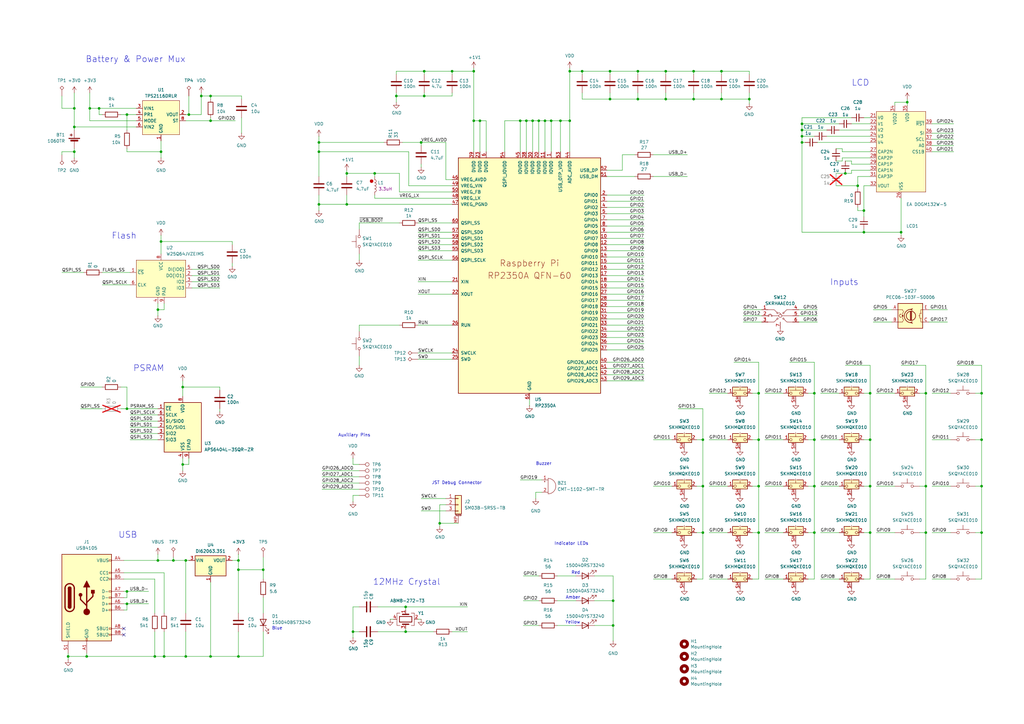
<source format=kicad_sch>
(kicad_sch
	(version 20250114)
	(generator "eeschema")
	(generator_version "9.0")
	(uuid "94683f5c-9cd9-448e-be96-9792537b5cb8")
	(paper "A3")
	(title_block
		(title "Dentachi")
		(date "2025-12-06")
		(rev "0")
		(company "Pocket Science")
		(comment 1 "Musterstraße 42")
		(comment 2 "12345 Musterhausen")
		(comment 3 "Germany")
	)
	
	(circle
		(center 152.4 74.295)
		(radius 0.635)
		(stroke
			(width 0)
			(type solid)
			(color 194 0 0 1)
		)
		(fill
			(type color)
			(color 194 0 0 1)
		)
		(uuid 9d28a666-5d47-45e0-9afe-2ce8d485d32c)
	)
	(text "JST Debug Connector"
		(exclude_from_sim no)
		(at 177.038 198.882 0)
		(effects
			(font
				(size 1.27 1.27)
			)
			(justify left bottom)
		)
		(uuid "16f665e0-7524-43f5-97ef-5b36e17a76c0")
	)
	(text "Battery & Power Mux"
		(exclude_from_sim no)
		(at 35.052 25.908 0)
		(effects
			(font
				(size 2.54 2.54)
			)
			(justify left bottom)
		)
		(uuid "1f7c923c-38be-407b-a136-bcce50fcbdc6")
	)
	(text "Indicator LEDs"
		(exclude_from_sim no)
		(at 227.33 223.774 0)
		(effects
			(font
				(size 1.27 1.27)
			)
			(justify left bottom)
		)
		(uuid "27e0a225-87c5-4d77-b1dd-bef772df8bbc")
	)
	(text "Red"
		(exclude_from_sim no)
		(at 237.998 235.712 0)
		(effects
			(font
				(size 1.27 1.27)
			)
			(justify right bottom)
		)
		(uuid "2f251355-ca24-4a77-8852-3f39294cabac")
	)
	(text "Auxiliary Pins"
		(exclude_from_sim no)
		(at 138.684 179.324 0)
		(effects
			(font
				(size 1.27 1.27)
			)
			(justify left bottom)
		)
		(uuid "48341d4e-cae7-4e5c-a2db-33de35f2648c")
	)
	(text "Amber"
		(exclude_from_sim no)
		(at 237.998 245.872 0)
		(effects
			(font
				(size 1.27 1.27)
			)
			(justify right bottom)
		)
		(uuid "50587c8d-a451-44b6-9b08-77e0addccb30")
	)
	(text "Yellow"
		(exclude_from_sim no)
		(at 237.998 256.032 0)
		(effects
			(font
				(size 1.27 1.27)
			)
			(justify right bottom)
		)
		(uuid "5d617dcb-aed5-453e-9af3-81e941687ecd")
	)
	(text "Blue"
		(exclude_from_sim no)
		(at 111.506 257.7466 0)
		(effects
			(font
				(size 1.27 1.27)
			)
			(justify left)
		)
		(uuid "6a1aba91-f4a9-43c1-8483-b59347a2c6b7")
	)
	(text "Flash"
		(exclude_from_sim no)
		(at 45.72 98.298 0)
		(effects
			(font
				(size 2.54 2.54)
			)
			(justify left bottom)
		)
		(uuid "7079d14d-ebaf-4eb3-b264-7a4faf0b923e")
	)
	(text "Inputs"
		(exclude_from_sim no)
		(at 340.36 117.348 0)
		(effects
			(font
				(size 2.54 2.54)
			)
			(justify left bottom)
		)
		(uuid "84405fa2-0c08-486a-b19b-7f5ec8a1246f")
	)
	(text "PSRAM"
		(exclude_from_sim no)
		(at 54.61 152.654 0)
		(effects
			(font
				(size 2.54 2.54)
			)
			(justify left bottom)
		)
		(uuid "8c4c792e-c7f4-41fe-9f58-45a55c91b032")
	)
	(text "Buzzer"
		(exclude_from_sim no)
		(at 219.71 191.008 0)
		(effects
			(font
				(size 1.27 1.27)
			)
			(justify left bottom)
		)
		(uuid "b7e6b65b-8268-4acd-b8ba-cab9af2bb78c")
	)
	(text "12MHz Crystal"
		(exclude_from_sim no)
		(at 152.908 240.284 0)
		(effects
			(font
				(size 2.54 2.54)
			)
			(justify left bottom)
		)
		(uuid "da45ca64-15dc-4799-8e74-195a9ac9d56f")
	)
	(text "LCD"
		(exclude_from_sim no)
		(at 349.25 35.56 0)
		(effects
			(font
				(size 2.54 2.54)
			)
			(justify left bottom)
		)
		(uuid "e41fe98d-0238-483a-811f-3d7c3afe7fac")
	)
	(text "USB"
		(exclude_from_sim no)
		(at 48.514 220.98 0)
		(effects
			(font
				(size 2.54 2.54)
			)
			(justify left bottom)
		)
		(uuid "e5bd2e22-a554-4369-9101-d3953beb02df")
	)
	(junction
		(at 311.15 218.44)
		(diameter 0)
		(color 0 0 0 0)
		(uuid "01c1964a-ed81-4ada-92bc-b4758b7053c7")
	)
	(junction
		(at 273.05 29.21)
		(diameter 0)
		(color 0 0 0 0)
		(uuid "057a282f-9b52-494a-8038-ac13e411a633")
	)
	(junction
		(at 30.48 44.45)
		(diameter 0)
		(color 0 0 0 0)
		(uuid "06c83d4e-f113-4ee1-84d0-70b6a10d6796")
	)
	(junction
		(at 30.48 62.23)
		(diameter 0)
		(color 0 0 0 0)
		(uuid "08a2e453-117d-459a-afb2-8002a43088e8")
	)
	(junction
		(at 172.72 58.42)
		(diameter 0)
		(color 0 0 0 0)
		(uuid "08c9693c-9131-479d-9d78-b2e701647d86")
	)
	(junction
		(at 86.36 39.37)
		(diameter 0)
		(color 0 0 0 0)
		(uuid "094192dc-1273-4241-b9d6-c67352f94b5e")
	)
	(junction
		(at 142.24 71.12)
		(diameter 0)
		(color 0 0 0 0)
		(uuid "0b60c263-4f68-419c-83e1-55615c94ad0b")
	)
	(junction
		(at 402.59 161.29)
		(diameter 0)
		(color 0 0 0 0)
		(uuid "0babebda-9e7e-4a23-82ac-5bc7f96ad5a8")
	)
	(junction
		(at 328.93 55.88)
		(diameter 0)
		(color 0 0 0 0)
		(uuid "0e6c4006-d435-4536-b5f2-ebdeaf601826")
	)
	(junction
		(at 213.36 49.53)
		(diameter 0)
		(color 0 0 0 0)
		(uuid "1289d9ab-b0ca-49de-8364-1306b3dec72b")
	)
	(junction
		(at 295.91 40.64)
		(diameter 0)
		(color 0 0 0 0)
		(uuid "13308d2f-7cfa-46ff-9584-3ed7b3754819")
	)
	(junction
		(at 328.93 53.34)
		(diameter 0)
		(color 0 0 0 0)
		(uuid "14a069cf-01c0-4209-8f20-99c4d64d40b6")
	)
	(junction
		(at 379.73 199.39)
		(diameter 0)
		(color 0 0 0 0)
		(uuid "159f7d82-d75c-4084-b890-2daf3be7df4b")
	)
	(junction
		(at 194.31 49.53)
		(diameter 0)
		(color 0 0 0 0)
		(uuid "189fce0b-5c29-4abc-a5d0-f2999cb5280a")
	)
	(junction
		(at 64.77 127)
		(diameter 0)
		(color 0 0 0 0)
		(uuid "192e6aa9-29b4-49d2-aff3-9d2bdf7f87b8")
	)
	(junction
		(at 107.95 233.68)
		(diameter 0)
		(color 0 0 0 0)
		(uuid "19ebff1a-d080-4a62-bcfc-8e138f8b08bc")
	)
	(junction
		(at 311.15 161.29)
		(diameter 0)
		(color 0 0 0 0)
		(uuid "1aa45ad0-ae0d-40c0-a1aa-ee87513cf7de")
	)
	(junction
		(at 40.64 44.45)
		(diameter 0)
		(color 0 0 0 0)
		(uuid "1e6e8b25-cb1d-4f64-b1ff-872d54f7b72b")
	)
	(junction
		(at 328.93 50.8)
		(diameter 0)
		(color 0 0 0 0)
		(uuid "23bfacaa-f380-49e8-8d3c-e658e88d7b81")
	)
	(junction
		(at 173.99 39.37)
		(diameter 0)
		(color 0 0 0 0)
		(uuid "264a8c3a-cb18-4ae9-9357-bdaa189bd561")
	)
	(junction
		(at 356.87 199.39)
		(diameter 0)
		(color 0 0 0 0)
		(uuid "27a5f30a-ca73-468e-adda-6a86d93ae63f")
	)
	(junction
		(at 233.68 29.21)
		(diameter 0)
		(color 0 0 0 0)
		(uuid "28b6c651-c5e7-4c41-8660-c69d393a04ac")
	)
	(junction
		(at 311.15 199.39)
		(diameter 0)
		(color 0 0 0 0)
		(uuid "299569d4-7bc9-484e-8409-ccc56b3e5227")
	)
	(junction
		(at 379.73 161.29)
		(diameter 0)
		(color 0 0 0 0)
		(uuid "30540ea6-a74f-4eb9-a070-1bd4bddd41fe")
	)
	(junction
		(at 97.79 269.24)
		(diameter 0)
		(color 0 0 0 0)
		(uuid "30c18bfa-497a-46e2-af78-41aed8dbf2cd")
	)
	(junction
		(at 215.9 49.53)
		(diameter 0)
		(color 0 0 0 0)
		(uuid "34c9ab56-9e9f-4890-a1f2-f800621ee4fb")
	)
	(junction
		(at 166.37 248.92)
		(diameter 0)
		(color 0 0 0 0)
		(uuid "355380b8-2783-4724-b79d-cc3d01060986")
	)
	(junction
		(at 66.04 62.23)
		(diameter 0)
		(color 0 0 0 0)
		(uuid "35baad06-57a4-4c23-bca1-30ede74aa5d5")
	)
	(junction
		(at 153.67 71.12)
		(diameter 0)
		(color 0 0 0 0)
		(uuid "36d682d1-afa3-490c-a7f1-e6dd257169c0")
	)
	(junction
		(at 27.94 269.24)
		(diameter 0)
		(color 0 0 0 0)
		(uuid "3c5a0ee8-db21-4045-aa2f-3e8e30a2d072")
	)
	(junction
		(at 328.93 58.42)
		(diameter 0)
		(color 0 0 0 0)
		(uuid "3ee4c206-d145-44bc-8f0c-de5c0d41e53d")
	)
	(junction
		(at 142.24 83.82)
		(diameter 0)
		(color 0 0 0 0)
		(uuid "4204df92-1682-41bf-b22b-ab9ee637c4b2")
	)
	(junction
		(at 238.76 29.21)
		(diameter 0)
		(color 0 0 0 0)
		(uuid "43a3b86b-8110-4aab-9694-36fb9168ccd8")
	)
	(junction
		(at 229.87 49.53)
		(diameter 0)
		(color 0 0 0 0)
		(uuid "4d64424d-c13c-4e06-a650-0ebfbee72633")
	)
	(junction
		(at 144.78 259.08)
		(diameter 0)
		(color 0 0 0 0)
		(uuid "50bd2c7b-25b4-46e8-b7fc-581e89784d67")
	)
	(junction
		(at 173.99 29.21)
		(diameter 0)
		(color 0 0 0 0)
		(uuid "52dbf261-70c0-406d-86ce-d98814e30c16")
	)
	(junction
		(at 226.06 49.53)
		(diameter 0)
		(color 0 0 0 0)
		(uuid "542fcb09-87e0-4ad6-8489-a86fb3f1732c")
	)
	(junction
		(at 372.11 41.91)
		(diameter 0)
		(color 0 0 0 0)
		(uuid "555e74e1-d4fd-4e8a-b555-bd3c4381404f")
	)
	(junction
		(at 64.77 229.87)
		(diameter 0)
		(color 0 0 0 0)
		(uuid "583cbcf1-7799-4202-830b-f3ee0ce4839a")
	)
	(junction
		(at 284.48 40.64)
		(diameter 0)
		(color 0 0 0 0)
		(uuid "5abd3b76-14da-4feb-afc3-95fc7433b2f8")
	)
	(junction
		(at 311.15 180.34)
		(diameter 0)
		(color 0 0 0 0)
		(uuid "5aed68c8-0185-4b57-b0ee-4d92d55720a4")
	)
	(junction
		(at 334.01 161.29)
		(diameter 0)
		(color 0 0 0 0)
		(uuid "5e23768a-c07d-4e7f-85bd-cb0c35832d41")
	)
	(junction
		(at 307.34 40.64)
		(diameter 0)
		(color 0 0 0 0)
		(uuid "6a809700-0079-4087-811c-7354edfe6e18")
	)
	(junction
		(at 354.33 86.36)
		(diameter 0)
		(color 0 0 0 0)
		(uuid "6cad92c6-c337-4814-b0b1-6141313585c3")
	)
	(junction
		(at 346.71 71.12)
		(diameter 0)
		(color 0 0 0 0)
		(uuid "6d13260b-738d-4908-b283-b9c23a6b6ca7")
	)
	(junction
		(at 35.56 269.24)
		(diameter 0)
		(color 0 0 0 0)
		(uuid "6d7096e4-41f4-4923-9f66-546806297969")
	)
	(junction
		(at 82.55 39.37)
		(diameter 0)
		(color 0 0 0 0)
		(uuid "7093efba-c7a7-4334-8be3-350ea968227c")
	)
	(junction
		(at 288.29 199.39)
		(diameter 0)
		(color 0 0 0 0)
		(uuid "714c75d3-8c55-468e-8798-6cacaf9ccfda")
	)
	(junction
		(at 67.31 269.24)
		(diameter 0)
		(color 0 0 0 0)
		(uuid "717ce3cd-5f01-462d-9854-d0f72eeb50c1")
	)
	(junction
		(at 334.01 180.34)
		(diameter 0)
		(color 0 0 0 0)
		(uuid "74c0a916-f59c-41f6-88c5-2a04ec83101b")
	)
	(junction
		(at 261.62 40.64)
		(diameter 0)
		(color 0 0 0 0)
		(uuid "790cb674-4b8c-49b3-adee-247f61cb8d94")
	)
	(junction
		(at 356.87 180.34)
		(diameter 0)
		(color 0 0 0 0)
		(uuid "7becbe44-c28b-4154-9dfb-6344c9c05ffc")
	)
	(junction
		(at 223.52 49.53)
		(diameter 0)
		(color 0 0 0 0)
		(uuid "7d80ec33-d71c-4bde-8b33-18b05fbbf04c")
	)
	(junction
		(at 369.57 95.25)
		(diameter 0)
		(color 0 0 0 0)
		(uuid "7d9c9a95-e097-4b34-a9be-10f353bc971e")
	)
	(junction
		(at 402.59 199.39)
		(diameter 0)
		(color 0 0 0 0)
		(uuid "7e822d09-8d29-4cb2-9abe-12afe9c2ad6c")
	)
	(junction
		(at 76.2 229.87)
		(diameter 0)
		(color 0 0 0 0)
		(uuid "800d2964-7626-4485-920d-ea31cfad4163")
	)
	(junction
		(at 218.44 49.53)
		(diameter 0)
		(color 0 0 0 0)
		(uuid "8086f3f2-543f-4758-82a4-27eb204d0229")
	)
	(junction
		(at 77.47 46.99)
		(diameter 0)
		(color 0 0 0 0)
		(uuid "831e7ac6-6c19-4a1e-a2ce-7ce656941af3")
	)
	(junction
		(at 63.5 269.24)
		(diameter 0)
		(color 0 0 0 0)
		(uuid "872dc5ad-8c4d-4e78-8588-1f3be94775b9")
	)
	(junction
		(at 351.79 76.2)
		(diameter 0)
		(color 0 0 0 0)
		(uuid "8b0df91e-b74b-479d-848d-82f9b0fe9b4f")
	)
	(junction
		(at 194.31 29.21)
		(diameter 0)
		(color 0 0 0 0)
		(uuid "8bf9d5f8-4d14-424c-832c-b0b970ae670b")
	)
	(junction
		(at 130.81 83.82)
		(diameter 0)
		(color 0 0 0 0)
		(uuid "8d13837f-1088-4e8f-9a29-54aaaaf5fdba")
	)
	(junction
		(at 295.91 29.21)
		(diameter 0)
		(color 0 0 0 0)
		(uuid "8ec8e54e-7ab7-4462-8984-467470e2714c")
	)
	(junction
		(at 273.05 40.64)
		(diameter 0)
		(color 0 0 0 0)
		(uuid "90b50b93-2b79-4b3a-a89d-1bce6500f2d4")
	)
	(junction
		(at 284.48 29.21)
		(diameter 0)
		(color 0 0 0 0)
		(uuid "927cad92-bb45-45e1-b647-c72a9743c16e")
	)
	(junction
		(at 71.12 229.87)
		(diameter 0)
		(color 0 0 0 0)
		(uuid "96659a29-d8f4-4a8d-92e3-39fb5e203ecf")
	)
	(junction
		(at 334.01 199.39)
		(diameter 0)
		(color 0 0 0 0)
		(uuid "98cb73cf-65d4-4ef5-9b30-6f29bd653815")
	)
	(junction
		(at 130.81 62.23)
		(diameter 0)
		(color 0 0 0 0)
		(uuid "9d09895f-7f16-419d-8ea4-0c99f97c0ec9")
	)
	(junction
		(at 288.29 180.34)
		(diameter 0)
		(color 0 0 0 0)
		(uuid "9f186811-4644-41a6-9d63-b2c201d28e73")
	)
	(junction
		(at 185.42 29.21)
		(diameter 0)
		(color 0 0 0 0)
		(uuid "9f61ff84-61ca-4918-ade8-c18479946c8d")
	)
	(junction
		(at 66.04 99.06)
		(diameter 0)
		(color 0 0 0 0)
		(uuid "a0809bab-f653-4eb0-b766-674368113700")
	)
	(junction
		(at 334.01 218.44)
		(diameter 0)
		(color 0 0 0 0)
		(uuid "a7a04eeb-5c78-4c3d-b6b6-29dd1a26d5d5")
	)
	(junction
		(at 379.73 218.44)
		(diameter 0)
		(color 0 0 0 0)
		(uuid "abfcf39a-db90-4240-8e56-8b9dbe3cc19d")
	)
	(junction
		(at 52.07 247.65)
		(diameter 0)
		(color 0 0 0 0)
		(uuid "accd511d-0c23-4cab-b8bc-a66203b4121a")
	)
	(junction
		(at 354.33 95.25)
		(diameter 0)
		(color 0 0 0 0)
		(uuid "b137a5a6-b085-42ce-8b02-252e50990b51")
	)
	(junction
		(at 250.19 29.21)
		(diameter 0)
		(color 0 0 0 0)
		(uuid "bb09cad0-a5d0-4b4a-b063-e7c62c9b7dc7")
	)
	(junction
		(at 52.07 242.57)
		(diameter 0)
		(color 0 0 0 0)
		(uuid "bdedde9c-bcaa-4c0e-a0e7-5eb5408fbae8")
	)
	(junction
		(at 86.36 269.24)
		(diameter 0)
		(color 0 0 0 0)
		(uuid "bdf3c5a5-5664-421e-b0e5-479845314a1f")
	)
	(junction
		(at 166.37 259.08)
		(diameter 0)
		(color 0 0 0 0)
		(uuid "bf95ee43-9a3c-4199-8eb1-1c4bf1a190ef")
	)
	(junction
		(at 251.46 256.54)
		(diameter 0)
		(color 0 0 0 0)
		(uuid "c0fbd123-1eb2-4a5f-9c3a-a0cabf8ed362")
	)
	(junction
		(at 86.36 49.53)
		(diameter 0)
		(color 0 0 0 0)
		(uuid "c308ad66-04a0-42b8-8a73-52cb4a63f781")
	)
	(junction
		(at 356.87 161.29)
		(diameter 0)
		(color 0 0 0 0)
		(uuid "c37b3dce-c3e9-4d36-83a9-34869a08753f")
	)
	(junction
		(at 356.87 218.44)
		(diameter 0)
		(color 0 0 0 0)
		(uuid "c47fbf00-022a-43f4-aa42-35e767f043c5")
	)
	(junction
		(at 250.19 40.64)
		(diameter 0)
		(color 0 0 0 0)
		(uuid "c896179b-ee43-4e01-9866-cdf745108d2a")
	)
	(junction
		(at 233.68 49.53)
		(diameter 0)
		(color 0 0 0 0)
		(uuid "cd06faeb-9e22-4844-8d01-60d84230ac91")
	)
	(junction
		(at 130.81 58.42)
		(diameter 0)
		(color 0 0 0 0)
		(uuid "d6201526-3d3c-4f11-bf6d-d2b99955f630")
	)
	(junction
		(at 30.48 52.07)
		(diameter 0)
		(color 0 0 0 0)
		(uuid "d65d6647-a125-4fd1-8cae-7607eb322d9c")
	)
	(junction
		(at 36.83 44.45)
		(diameter 0)
		(color 0 0 0 0)
		(uuid "db1fece0-7114-44c3-88d1-14c67d7f6621")
	)
	(junction
		(at 52.07 167.64)
		(diameter 0)
		(color 0 0 0 0)
		(uuid "dc067326-f58c-4353-a6a7-e68b87d48458")
	)
	(junction
		(at 196.85 49.53)
		(diameter 0)
		(color 0 0 0 0)
		(uuid "dcaa3837-f5b4-4327-a4eb-356c74be4bb8")
	)
	(junction
		(at 261.62 29.21)
		(diameter 0)
		(color 0 0 0 0)
		(uuid "dcbfe29e-feeb-479f-870f-12df09c770a5")
	)
	(junction
		(at 76.2 269.24)
		(diameter 0)
		(color 0 0 0 0)
		(uuid "df5432b5-8c24-4db8-98d8-9b0eeb099236")
	)
	(junction
		(at 402.59 218.44)
		(diameter 0)
		(color 0 0 0 0)
		(uuid "e3028ccc-7b78-4a3a-b59c-30289a4beda3")
	)
	(junction
		(at 288.29 218.44)
		(diameter 0)
		(color 0 0 0 0)
		(uuid "e993587d-0ef7-4bbf-ab55-a80da46a92d2")
	)
	(junction
		(at 52.07 46.99)
		(diameter 0)
		(color 0 0 0 0)
		(uuid "ec30bcdb-7e21-4339-8e9d-a3d494657db3")
	)
	(junction
		(at 97.79 229.87)
		(diameter 0)
		(color 0 0 0 0)
		(uuid "f02da587-fec7-4472-bd1b-d964e9bb36c7")
	)
	(junction
		(at 74.93 190.5)
		(diameter 0)
		(color 0 0 0 0)
		(uuid "f47119d3-47ee-4268-8acb-0aa53512cb74")
	)
	(junction
		(at 402.59 180.34)
		(diameter 0)
		(color 0 0 0 0)
		(uuid "f7ab930f-13cf-4948-94fb-be37b3600961")
	)
	(junction
		(at 74.93 158.75)
		(diameter 0)
		(color 0 0 0 0)
		(uuid "fa32eaf1-4147-48f6-bb96-2a2d0df11501")
	)
	(junction
		(at 220.98 49.53)
		(diameter 0)
		(color 0 0 0 0)
		(uuid "faf54a30-0b27-48a3-a939-b5bbc16d760a")
	)
	(junction
		(at 162.56 39.37)
		(diameter 0)
		(color 0 0 0 0)
		(uuid "fb4ed2d0-4230-4dd9-bd04-a5c3d8d62c9f")
	)
	(junction
		(at 97.79 233.68)
		(diameter 0)
		(color 0 0 0 0)
		(uuid "fbfdd2d1-f96f-4d78-a07f-3dfec3bc67d1")
	)
	(junction
		(at 251.46 246.38)
		(diameter 0)
		(color 0 0 0 0)
		(uuid "fef3ea80-f99f-462c-8e57-9779e2d5259d")
	)
	(junction
		(at 180.34 214.63)
		(diameter 0)
		(color 0 0 0 0)
		(uuid "ffc57deb-52ad-4541-9935-0cbbf795a42b")
	)
	(no_connect
		(at 50.8 260.35)
		(uuid "80daac7e-c1ff-4227-aa83-331c10e77394")
	)
	(no_connect
		(at 50.8 257.81)
		(uuid "dc852a12-8771-41fb-9e58-392e2204a8a2")
	)
	(wire
		(pts
			(xy 248.92 95.25) (xy 264.16 95.25)
		)
		(stroke
			(width 0)
			(type default)
		)
		(uuid "00129810-3828-4559-81a3-430eb80f79f2")
	)
	(wire
		(pts
			(xy 336.55 180.34) (xy 344.17 180.34)
		)
		(stroke
			(width 0)
			(type default)
		)
		(uuid "0058dbef-35c2-4361-a2b8-c990a9513837")
	)
	(wire
		(pts
			(xy 172.72 68.58) (xy 172.72 67.31)
		)
		(stroke
			(width 0)
			(type default)
		)
		(uuid "009732a9-7532-424a-8f74-a665eb04db0f")
	)
	(wire
		(pts
			(xy 359.41 218.44) (xy 367.03 218.44)
		)
		(stroke
			(width 0)
			(type default)
		)
		(uuid "01a2582a-e73c-4599-abda-ca89f070fee9")
	)
	(wire
		(pts
			(xy 74.93 187.96) (xy 74.93 190.5)
		)
		(stroke
			(width 0)
			(type default)
		)
		(uuid "01bae305-60d0-4447-b0f3-3225e39f07e5")
	)
	(wire
		(pts
			(xy 379.73 237.49) (xy 379.73 218.44)
		)
		(stroke
			(width 0)
			(type default)
		)
		(uuid "0215611e-64b9-4d0e-a84a-0105cba476c7")
	)
	(wire
		(pts
			(xy 167.64 62.23) (xy 167.64 76.2)
		)
		(stroke
			(width 0)
			(type default)
		)
		(uuid "02536746-0f8b-41d5-8029-82a36cb9201c")
	)
	(wire
		(pts
			(xy 248.92 153.67) (xy 264.16 153.67)
		)
		(stroke
			(width 0)
			(type default)
		)
		(uuid "03f10ee0-0bee-4679-8c7a-6239bfcffbcb")
	)
	(wire
		(pts
			(xy 335.28 129.54) (xy 327.66 129.54)
		)
		(stroke
			(width 0)
			(type default)
		)
		(uuid "04732c73-5cf5-443a-8fd4-851f8fbcf6ce")
	)
	(wire
		(pts
			(xy 328.93 58.42) (xy 330.2 58.42)
		)
		(stroke
			(width 0)
			(type default)
		)
		(uuid "0652c3f6-5478-49b6-ac12-2a939e1b95fb")
	)
	(wire
		(pts
			(xy 180.34 214.63) (xy 180.34 215.9)
		)
		(stroke
			(width 0)
			(type default)
		)
		(uuid "06659cc4-36e2-4bd1-81c4-1e5419ec68cb")
	)
	(wire
		(pts
			(xy 173.99 29.21) (xy 185.42 29.21)
		)
		(stroke
			(width 0)
			(type default)
		)
		(uuid "06a5e8e9-2095-408d-acea-d4a57a37d182")
	)
	(wire
		(pts
			(xy 248.92 97.79) (xy 264.16 97.79)
		)
		(stroke
			(width 0)
			(type default)
		)
		(uuid "072953b7-3d10-4199-868e-73ed0955555a")
	)
	(wire
		(pts
			(xy 402.59 199.39) (xy 402.59 218.44)
		)
		(stroke
			(width 0)
			(type default)
		)
		(uuid "07febda2-1230-47e6-8ec5-59133a99c377")
	)
	(wire
		(pts
			(xy 49.53 167.64) (xy 52.07 167.64)
		)
		(stroke
			(width 0)
			(type default)
		)
		(uuid "088bbf87-4093-427a-b55d-d36d93a6945f")
	)
	(wire
		(pts
			(xy 345.44 60.96) (xy 345.44 62.23)
		)
		(stroke
			(width 0)
			(type default)
		)
		(uuid "08c9c99a-7bc4-4945-b139-4eb3dd9b5fb5")
	)
	(wire
		(pts
			(xy 76.2 229.87) (xy 76.2 251.46)
		)
		(stroke
			(width 0)
			(type default)
		)
		(uuid "092503b3-0acf-4974-a2d6-b1cc13ddf7da")
	)
	(wire
		(pts
			(xy 86.36 39.37) (xy 86.36 40.64)
		)
		(stroke
			(width 0)
			(type default)
		)
		(uuid "09634891-6e10-44bd-aed8-c8270284be9b")
	)
	(wire
		(pts
			(xy 166.37 250.19) (xy 166.37 248.92)
		)
		(stroke
			(width 0)
			(type default)
		)
		(uuid "09e14bba-690d-4b49-a7c0-adf8964965e8")
	)
	(wire
		(pts
			(xy 250.19 30.48) (xy 250.19 29.21)
		)
		(stroke
			(width 0)
			(type default)
		)
		(uuid "0a3d7ba3-c1dd-412e-af7b-1f1cd7862a48")
	)
	(wire
		(pts
			(xy 334.01 218.44) (xy 334.01 237.49)
		)
		(stroke
			(width 0)
			(type default)
		)
		(uuid "0a511038-8bac-4e01-b027-c381d8e3820d")
	)
	(wire
		(pts
			(xy 250.19 38.1) (xy 250.19 40.64)
		)
		(stroke
			(width 0)
			(type default)
		)
		(uuid "0b3bab0f-b016-4113-a796-a04a35ac71b8")
	)
	(wire
		(pts
			(xy 300.99 148.59) (xy 311.15 148.59)
		)
		(stroke
			(width 0)
			(type default)
		)
		(uuid "0b6b654b-760d-4daf-8e79-c94734c25818")
	)
	(wire
		(pts
			(xy 182.88 58.42) (xy 182.88 73.66)
		)
		(stroke
			(width 0)
			(type default)
		)
		(uuid "0b81e591-f3fa-4351-b3d9-f37f75bf73ae")
	)
	(wire
		(pts
			(xy 180.34 214.63) (xy 187.96 214.63)
		)
		(stroke
			(width 0)
			(type default)
		)
		(uuid "0b9ce027-7a34-43ce-8cab-52780678713b")
	)
	(wire
		(pts
			(xy 95.25 99.06) (xy 95.25 100.33)
		)
		(stroke
			(width 0)
			(type default)
		)
		(uuid "0be30594-f0f1-46ab-b440-48e04009cb65")
	)
	(wire
		(pts
			(xy 379.73 218.44) (xy 377.19 218.44)
		)
		(stroke
			(width 0)
			(type default)
		)
		(uuid "0c8833a0-049e-4c76-8248-be9615f4c72f")
	)
	(wire
		(pts
			(xy 226.06 49.53) (xy 229.87 49.53)
		)
		(stroke
			(width 0)
			(type default)
		)
		(uuid "0d55a9f9-6db3-415a-b7d7-6635ecb64434")
	)
	(wire
		(pts
			(xy 382.27 180.34) (xy 389.89 180.34)
		)
		(stroke
			(width 0)
			(type default)
		)
		(uuid "0db82b6e-898d-451a-9864-91620090a309")
	)
	(wire
		(pts
			(xy 173.99 30.48) (xy 173.99 29.21)
		)
		(stroke
			(width 0)
			(type default)
		)
		(uuid "0e3039b3-3de4-4c0a-8afc-cb207621d2e3")
	)
	(wire
		(pts
			(xy 185.42 106.68) (xy 171.45 106.68)
		)
		(stroke
			(width 0)
			(type default)
		)
		(uuid "0e61a68c-befc-4638-818a-7892c424942c")
	)
	(wire
		(pts
			(xy 334.01 161.29) (xy 334.01 180.34)
		)
		(stroke
			(width 0)
			(type default)
		)
		(uuid "0ee77417-783b-4bb8-a605-de87603d348f")
	)
	(wire
		(pts
			(xy 173.99 39.37) (xy 185.42 39.37)
		)
		(stroke
			(width 0)
			(type default)
		)
		(uuid "0f37ec08-9c8a-4710-8f07-00eab64a6da9")
	)
	(wire
		(pts
			(xy 86.36 39.37) (xy 99.06 39.37)
		)
		(stroke
			(width 0)
			(type default)
		)
		(uuid "0f38f5fe-ae28-4c43-ad0a-c01e39bafcff")
	)
	(wire
		(pts
			(xy 377.19 237.49) (xy 379.73 237.49)
		)
		(stroke
			(width 0)
			(type default)
		)
		(uuid "0f5437ce-3706-4575-bf94-dfcebaf933e3")
	)
	(wire
		(pts
			(xy 351.79 72.39) (xy 356.87 72.39)
		)
		(stroke
			(width 0)
			(type default)
		)
		(uuid "0fd593a7-f503-46f8-b8e7-8a87991328be")
	)
	(wire
		(pts
			(xy 27.94 267.97) (xy 27.94 269.24)
		)
		(stroke
			(width 0)
			(type default)
		)
		(uuid "10570767-4d14-46b5-831e-e054c30ceff6")
	)
	(wire
		(pts
			(xy 248.92 135.89) (xy 264.16 135.89)
		)
		(stroke
			(width 0)
			(type default)
		)
		(uuid "1082d353-0e30-4349-86a6-d5e33bcbd322")
	)
	(wire
		(pts
			(xy 86.36 49.53) (xy 86.36 48.26)
		)
		(stroke
			(width 0)
			(type default)
		)
		(uuid "1211d616-4548-44be-9e7c-7040febb5945")
	)
	(wire
		(pts
			(xy 248.92 80.01) (xy 264.16 80.01)
		)
		(stroke
			(width 0)
			(type default)
		)
		(uuid "12375c0d-2e05-4889-9df1-87a466918d73")
	)
	(wire
		(pts
			(xy 162.56 38.1) (xy 162.56 39.37)
		)
		(stroke
			(width 0)
			(type default)
		)
		(uuid "12d20077-523c-429e-8a14-d6e7d53cda58")
	)
	(wire
		(pts
			(xy 354.33 76.2) (xy 356.87 76.2)
		)
		(stroke
			(width 0)
			(type default)
		)
		(uuid "13926ed2-90b0-4f47-9f88-f276d1b76036")
	)
	(wire
		(pts
			(xy 52.07 46.99) (xy 55.88 46.99)
		)
		(stroke
			(width 0)
			(type default)
		)
		(uuid "14601628-76f6-4e85-8a8b-244f4b70d610")
	)
	(wire
		(pts
			(xy 71.12 229.87) (xy 76.2 229.87)
		)
		(stroke
			(width 0)
			(type default)
		)
		(uuid "149c0c74-dd09-45c5-9ac9-616d8b36c0a7")
	)
	(wire
		(pts
			(xy 248.92 130.81) (xy 264.16 130.81)
		)
		(stroke
			(width 0)
			(type default)
		)
		(uuid "15003137-0dff-459e-8467-307deef99931")
	)
	(wire
		(pts
			(xy 25.4 62.23) (xy 25.4 63.5)
		)
		(stroke
			(width 0)
			(type default)
		)
		(uuid "15d73dcc-eec2-4c2d-a222-b58170de9209")
	)
	(wire
		(pts
			(xy 342.9 76.2) (xy 351.79 76.2)
		)
		(stroke
			(width 0)
			(type default)
		)
		(uuid "17a52dd5-ca3c-4b57-bb80-1bac12db6579")
	)
	(wire
		(pts
			(xy 354.33 218.44) (xy 356.87 218.44)
		)
		(stroke
			(width 0)
			(type default)
		)
		(uuid "197020c6-2740-4fcf-b8e0-4a0d7d1e4121")
	)
	(wire
		(pts
			(xy 261.62 30.48) (xy 261.62 29.21)
		)
		(stroke
			(width 0)
			(type default)
		)
		(uuid "1ad2199f-9ca7-4e75-b4b8-748c525b2543")
	)
	(wire
		(pts
			(xy 147.32 91.44) (xy 147.32 93.98)
		)
		(stroke
			(width 0)
			(type default)
		)
		(uuid "1b721132-da30-4f7f-81c8-7ce6b51a7818")
	)
	(wire
		(pts
			(xy 311.15 237.49) (xy 308.61 237.49)
		)
		(stroke
			(width 0)
			(type default)
		)
		(uuid "1b76edf7-c161-4474-a430-e877c1552321")
	)
	(wire
		(pts
			(xy 185.42 144.78) (xy 171.45 144.78)
		)
		(stroke
			(width 0)
			(type default)
		)
		(uuid "1bbded82-2d94-49af-b970-c60ff6115efd")
	)
	(wire
		(pts
			(xy 290.83 237.49) (xy 298.45 237.49)
		)
		(stroke
			(width 0)
			(type default)
		)
		(uuid "1c38d120-d0b6-40a5-a725-cf391dca4d92")
	)
	(wire
		(pts
			(xy 334.01 237.49) (xy 331.47 237.49)
		)
		(stroke
			(width 0)
			(type default)
		)
		(uuid "1c874c1f-24e8-42d3-8394-41a354f5d929")
	)
	(wire
		(pts
			(xy 356.87 149.86) (xy 356.87 161.29)
		)
		(stroke
			(width 0)
			(type default)
		)
		(uuid "1d37c332-6ad8-46a2-88e7-f7c31c3cf84e")
	)
	(wire
		(pts
			(xy 130.81 58.42) (xy 130.81 62.23)
		)
		(stroke
			(width 0)
			(type default)
		)
		(uuid "1ea25241-f9a7-4e9f-a4a5-24c140dc2c50")
	)
	(wire
		(pts
			(xy 67.31 269.24) (xy 76.2 269.24)
		)
		(stroke
			(width 0)
			(type default)
		)
		(uuid "1f65849e-b104-4777-9ece-68b5a4d49654")
	)
	(wire
		(pts
			(xy 86.36 238.76) (xy 86.36 269.24)
		)
		(stroke
			(width 0)
			(type default)
		)
		(uuid "1fcf790e-a957-485f-b290-b0218574349b")
	)
	(wire
		(pts
			(xy 238.76 30.48) (xy 238.76 29.21)
		)
		(stroke
			(width 0)
			(type default)
		)
		(uuid "200c63f4-71d8-40f8-9baa-b759e6ec6bba")
	)
	(wire
		(pts
			(xy 166.37 259.08) (xy 177.8 259.08)
		)
		(stroke
			(width 0)
			(type default)
		)
		(uuid "2081fae0-9e2f-41ba-bb8e-0d8113bf390a")
	)
	(wire
		(pts
			(xy 63.5 251.46) (xy 63.5 237.49)
		)
		(stroke
			(width 0)
			(type default)
		)
		(uuid "212956d2-d948-48ff-9559-c2b52fd6cec5")
	)
	(wire
		(pts
			(xy 107.95 259.08) (xy 107.95 269.24)
		)
		(stroke
			(width 0)
			(type default)
		)
		(uuid "21b78e06-7856-4053-bf95-017c7d984607")
	)
	(wire
		(pts
			(xy 238.76 38.1) (xy 238.76 40.64)
		)
		(stroke
			(width 0)
			(type default)
		)
		(uuid "21be83a7-99da-4d10-b057-d953cf2c1f81")
	)
	(wire
		(pts
			(xy 50.8 229.87) (xy 64.77 229.87)
		)
		(stroke
			(width 0)
			(type default)
		)
		(uuid "234cd22a-658c-443e-a4ee-02fccc5ec54d")
	)
	(wire
		(pts
			(xy 313.69 199.39) (xy 321.31 199.39)
		)
		(stroke
			(width 0)
			(type default)
		)
		(uuid "2393eda9-3cc9-4727-9552-81724cabe125")
	)
	(wire
		(pts
			(xy 365.76 127) (xy 358.14 127)
		)
		(stroke
			(width 0)
			(type default)
		)
		(uuid "255ad4ec-8046-4316-aec4-c5561b22f813")
	)
	(wire
		(pts
			(xy 66.04 62.23) (xy 66.04 64.77)
		)
		(stroke
			(width 0)
			(type default)
		)
		(uuid "25c92887-2bcb-40d0-b7ba-19be52bd5bf4")
	)
	(wire
		(pts
			(xy 147.32 133.35) (xy 163.83 133.35)
		)
		(stroke
			(width 0)
			(type default)
		)
		(uuid "2632320b-7807-4134-ba99-9235d3ff3842")
	)
	(wire
		(pts
			(xy 144.78 259.08) (xy 144.78 261.62)
		)
		(stroke
			(width 0)
			(type default)
		)
		(uuid "28174815-c6a8-457a-80d4-bcc432255b5c")
	)
	(wire
		(pts
			(xy 251.46 246.38) (xy 251.46 256.54)
		)
		(stroke
			(width 0)
			(type default)
		)
		(uuid "287746de-e209-4769-8bd1-dc61c150f198")
	)
	(wire
		(pts
			(xy 53.34 170.18) (xy 64.77 170.18)
		)
		(stroke
			(width 0)
			(type default)
		)
		(uuid "29b406c0-9948-4803-a435-d1543a82d82c")
	)
	(wire
		(pts
			(xy 132.08 193.04) (xy 147.32 193.04)
		)
		(stroke
			(width 0)
			(type default)
		)
		(uuid "2a105601-ecc9-44ea-a4d7-a7f937bff921")
	)
	(wire
		(pts
			(xy 218.44 62.23) (xy 218.44 49.53)
		)
		(stroke
			(width 0)
			(type default)
		)
		(uuid "2be2085a-fa7c-48d9-a01e-d599a4be9377")
	)
	(wire
		(pts
			(xy 35.56 267.97) (xy 35.56 269.24)
		)
		(stroke
			(width 0)
			(type default)
		)
		(uuid "2ca0a7c8-f507-4446-bcb9-f88547a809f3")
	)
	(wire
		(pts
			(xy 52.07 242.57) (xy 60.96 242.57)
		)
		(stroke
			(width 0)
			(type default)
		)
		(uuid "2d0b278d-2829-4e58-97cc-cc236e125e26")
	)
	(wire
		(pts
			(xy 99.06 39.37) (xy 99.06 40.64)
		)
		(stroke
			(width 0)
			(type default)
		)
		(uuid "2df6addc-9405-4fbf-b963-02b4ae9357fc")
	)
	(wire
		(pts
			(xy 356.87 161.29) (xy 356.87 180.34)
		)
		(stroke
			(width 0)
			(type default)
		)
		(uuid "2f1fff89-2d42-4bb0-be81-8bb23dfc53aa")
	)
	(wire
		(pts
			(xy 64.77 227.33) (xy 64.77 229.87)
		)
		(stroke
			(width 0)
			(type default)
		)
		(uuid "300ac713-c5b1-4c75-b9dc-52ad120d2a61")
	)
	(wire
		(pts
			(xy 36.83 38.1) (xy 36.83 44.45)
		)
		(stroke
			(width 0)
			(type default)
		)
		(uuid "30cb2b8d-0f97-4696-ad21-f92dca33de82")
	)
	(wire
		(pts
			(xy 207.01 62.23) (xy 207.01 49.53)
		)
		(stroke
			(width 0)
			(type default)
		)
		(uuid "3162e5c3-67a4-4186-8d62-8deafc4fe6b5")
	)
	(wire
		(pts
			(xy 382.27 218.44) (xy 389.89 218.44)
		)
		(stroke
			(width 0)
			(type default)
		)
		(uuid "321eee7b-1dff-4a9f-8fc8-2ba99811b8b8")
	)
	(wire
		(pts
			(xy 382.27 237.49) (xy 389.89 237.49)
		)
		(stroke
			(width 0)
			(type default)
		)
		(uuid "3304df22-5dd5-4fb0-b41f-3e5a2585d5ed")
	)
	(wire
		(pts
			(xy 377.19 199.39) (xy 379.73 199.39)
		)
		(stroke
			(width 0)
			(type default)
		)
		(uuid "33df781e-10c0-40d7-a8e5-2773bbe52e1d")
	)
	(wire
		(pts
			(xy 41.91 116.84) (xy 53.34 116.84)
		)
		(stroke
			(width 0)
			(type default)
		)
		(uuid "34aa0538-b500-494c-8710-2d5813c44a26")
	)
	(wire
		(pts
			(xy 228.6 236.22) (xy 236.22 236.22)
		)
		(stroke
			(width 0)
			(type default)
		)
		(uuid "34f69bdf-86b3-40cb-9ee5-550266408039")
	)
	(wire
		(pts
			(xy 351.79 86.36) (xy 351.79 85.09)
		)
		(stroke
			(width 0)
			(type default)
		)
		(uuid "3509d8b3-31e6-4027-b1ec-57f6876da8a3")
	)
	(wire
		(pts
			(xy 313.69 180.34) (xy 321.31 180.34)
		)
		(stroke
			(width 0)
			(type default)
		)
		(uuid "35bc48b7-573c-4ca4-b2b9-9dd2d34c8051")
	)
	(wire
		(pts
			(xy 52.07 158.75) (xy 52.07 167.64)
		)
		(stroke
			(width 0)
			(type default)
		)
		(uuid "35f4d6c9-cccc-4af4-afd6-8e18bc8b8501")
	)
	(wire
		(pts
			(xy 391.16 54.61) (xy 382.27 54.61)
		)
		(stroke
			(width 0)
			(type default)
		)
		(uuid "364df8ec-1df2-4b41-afbf-01902d3ddd75")
	)
	(wire
		(pts
			(xy 144.78 248.92) (xy 144.78 259.08)
		)
		(stroke
			(width 0)
			(type default)
		)
		(uuid "36b03b8a-2d96-4dfc-9ff3-ac40ffc19169")
	)
	(wire
		(pts
			(xy 313.69 161.29) (xy 321.31 161.29)
		)
		(stroke
			(width 0)
			(type default)
		)
		(uuid "36f81dbf-e192-4d99-bbec-caa4fa836279")
	)
	(wire
		(pts
			(xy 229.87 49.53) (xy 233.68 49.53)
		)
		(stroke
			(width 0)
			(type default)
		)
		(uuid "371e02e5-9525-4b1b-a04a-66e5f70719a4")
	)
	(wire
		(pts
			(xy 82.55 38.1) (xy 82.55 39.37)
		)
		(stroke
			(width 0)
			(type default)
		)
		(uuid "375a2ba3-2d02-42d3-8909-70fb13f6181a")
	)
	(wire
		(pts
			(xy 349.25 48.26) (xy 328.93 48.26)
		)
		(stroke
			(width 0)
			(type default)
		)
		(uuid "37dcaae3-ecd8-4551-8eb6-cc18c91ddfb8")
	)
	(wire
		(pts
			(xy 273.05 29.21) (xy 284.48 29.21)
		)
		(stroke
			(width 0)
			(type default)
		)
		(uuid "38ec881e-30ac-417f-b56e-6d9afe68a5ed")
	)
	(wire
		(pts
			(xy 400.05 161.29) (xy 402.59 161.29)
		)
		(stroke
			(width 0)
			(type default)
		)
		(uuid "39126109-c45c-4443-85f3-c90a8e7a9cff")
	)
	(wire
		(pts
			(xy 328.93 53.34) (xy 328.93 55.88)
		)
		(stroke
			(width 0)
			(type default)
		)
		(uuid "39cc031a-41fe-4311-b323-01043bdf5f0b")
	)
	(wire
		(pts
			(xy 147.32 248.92) (xy 144.78 248.92)
		)
		(stroke
			(width 0)
			(type default)
		)
		(uuid "3a4d34a6-4160-449e-90d3-0bfbb00c3b4a")
	)
	(wire
		(pts
			(xy 172.72 58.42) (xy 172.72 59.69)
		)
		(stroke
			(width 0)
			(type default)
		)
		(uuid "3bad54e6-cac0-446f-8593-42f6037d53f0")
	)
	(wire
		(pts
			(xy 290.83 161.29) (xy 298.45 161.29)
		)
		(stroke
			(width 0)
			(type default)
		)
		(uuid "3bb89813-3693-4da7-b8a5-52fdc5841c77")
	)
	(wire
		(pts
			(xy 284.48 40.64) (xy 273.05 40.64)
		)
		(stroke
			(width 0)
			(type default)
		)
		(uuid "3c1a67d1-ffb0-4121-8fc1-50a0e0825841")
	)
	(wire
		(pts
			(xy 248.92 143.51) (xy 264.16 143.51)
		)
		(stroke
			(width 0)
			(type default)
		)
		(uuid "3d1bfcb0-6c0b-4d85-bbb8-cfd17e2f2a85")
	)
	(wire
		(pts
			(xy 36.83 44.45) (xy 36.83 49.53)
		)
		(stroke
			(width 0)
			(type default)
		)
		(uuid "3e9856c2-dc31-40de-9f08-8e886c8852f1")
	)
	(wire
		(pts
			(xy 76.2 229.87) (xy 77.47 229.87)
		)
		(stroke
			(width 0)
			(type default)
		)
		(uuid "3ec434fb-b6d0-46ba-9e5d-d9b89417db00")
	)
	(wire
		(pts
			(xy 220.98 49.53) (xy 223.52 49.53)
		)
		(stroke
			(width 0)
			(type default)
		)
		(uuid "3f06c967-5814-4160-80ff-fa84628c76ab")
	)
	(wire
		(pts
			(xy 402.59 180.34) (xy 402.59 199.39)
		)
		(stroke
			(width 0)
			(type default)
		)
		(uuid "3f1bb688-d7b5-46d1-b21c-d4dbb610a500")
	)
	(wire
		(pts
			(xy 67.31 234.95) (xy 67.31 251.46)
		)
		(stroke
			(width 0)
			(type default)
		)
		(uuid "3f4ba9ee-1009-4759-afa5-52c3b11e497a")
	)
	(wire
		(pts
			(xy 50.8 245.11) (xy 52.07 245.11)
		)
		(stroke
			(width 0)
			(type default)
		)
		(uuid "3f7bf04e-8526-4e8f-81c8-2814bc1b1045")
	)
	(wire
		(pts
			(xy 52.07 60.96) (xy 52.07 62.23)
		)
		(stroke
			(width 0)
			(type default)
		)
		(uuid "3fd690e0-262f-4331-99c5-09c114b114ae")
	)
	(wire
		(pts
			(xy 344.17 53.34) (xy 356.87 53.34)
		)
		(stroke
			(width 0)
			(type default)
		)
		(uuid "4013e85e-34ff-4c50-9f6b-0b69c3636195")
	)
	(wire
		(pts
			(xy 50.8 242.57) (xy 52.07 242.57)
		)
		(stroke
			(width 0)
			(type default)
		)
		(uuid "406ec032-344c-4117-a55f-b673a823b424")
	)
	(wire
		(pts
			(xy 74.93 193.04) (xy 74.93 190.5)
		)
		(stroke
			(width 0)
			(type default)
		)
		(uuid "4146e309-64ad-4528-b3ad-a3b586eafcfc")
	)
	(wire
		(pts
			(xy 132.08 200.66) (xy 147.32 200.66)
		)
		(stroke
			(width 0)
			(type default)
		)
		(uuid "4169f98b-2cc8-48af-966d-77bc1f91677c")
	)
	(wire
		(pts
			(xy 86.36 49.53) (xy 96.52 49.53)
		)
		(stroke
			(width 0)
			(type default)
		)
		(uuid "41fdd63a-46f9-4e0b-8c4c-19aa233eef8d")
	)
	(wire
		(pts
			(xy 250.19 40.64) (xy 238.76 40.64)
		)
		(stroke
			(width 0)
			(type default)
		)
		(uuid "42a92b51-f47f-4d8f-b663-8ded0118adb3")
	)
	(wire
		(pts
			(xy 284.48 38.1) (xy 284.48 40.64)
		)
		(stroke
			(width 0)
			(type default)
		)
		(uuid "42c0f83f-068a-45b9-b1cf-aacc8e2e4619")
	)
	(wire
		(pts
			(xy 311.15 199.39) (xy 311.15 218.44)
		)
		(stroke
			(width 0)
			(type default)
		)
		(uuid "43b01975-c9c4-4fd0-9f34-5165985b8f8e")
	)
	(wire
		(pts
			(xy 194.31 29.21) (xy 194.31 49.53)
		)
		(stroke
			(width 0)
			(type default)
		)
		(uuid "43ce79ea-5f7e-4866-821a-b7c5ebb2ea62")
	)
	(wire
		(pts
			(xy 215.9 49.53) (xy 218.44 49.53)
		)
		(stroke
			(width 0)
			(type default)
		)
		(uuid "43f3a6df-869b-453b-a15e-a951180f4acd")
	)
	(wire
		(pts
			(xy 328.93 48.26) (xy 328.93 50.8)
		)
		(stroke
			(width 0)
			(type default)
		)
		(uuid "44c2eac5-f69d-4ee2-8e39-aee7ea93c2d5")
	)
	(wire
		(pts
			(xy 346.71 149.86) (xy 356.87 149.86)
		)
		(stroke
			(width 0)
			(type default)
		)
		(uuid "4604c69f-e2d6-4853-9a9c-3be51cd603b2")
	)
	(wire
		(pts
			(xy 267.97 237.49) (xy 275.59 237.49)
		)
		(stroke
			(width 0)
			(type default)
		)
		(uuid "468f4f90-a688-4622-aa93-f85414751ce0")
	)
	(wire
		(pts
			(xy 248.92 107.95) (xy 264.16 107.95)
		)
		(stroke
			(width 0)
			(type default)
		)
		(uuid "46b3625a-7215-4ebc-ab8e-7e2d4031e3db")
	)
	(wire
		(pts
			(xy 220.98 62.23) (xy 220.98 49.53)
		)
		(stroke
			(width 0)
			(type default)
		)
		(uuid "4702d236-c65c-4454-a7f2-917be670f321")
	)
	(wire
		(pts
			(xy 311.15 180.34) (xy 311.15 199.39)
		)
		(stroke
			(width 0)
			(type default)
		)
		(uuid "476b9f14-13d0-4f01-a383-404903551977")
	)
	(wire
		(pts
			(xy 356.87 237.49) (xy 354.33 237.49)
		)
		(stroke
			(width 0)
			(type default)
		)
		(uuid "4a942c8a-25bc-4bb2-8f07-23904a22b002")
	)
	(wire
		(pts
			(xy 218.44 49.53) (xy 220.98 49.53)
		)
		(stroke
			(width 0)
			(type default)
		)
		(uuid "4ac19661-849f-4f36-a08d-7a30e6c1e87d")
	)
	(wire
		(pts
			(xy 354.33 180.34) (xy 356.87 180.34)
		)
		(stroke
			(width 0)
			(type default)
		)
		(uuid "4b7bdf8d-e558-4c0d-8cab-7f8f882e8bb6")
	)
	(wire
		(pts
			(xy 285.75 199.39) (xy 288.29 199.39)
		)
		(stroke
			(width 0)
			(type default)
		)
		(uuid "4b9c026e-0c7a-41d4-89b5-8f4fe6c9cc93")
	)
	(wire
		(pts
			(xy 130.81 55.88) (xy 130.81 58.42)
		)
		(stroke
			(width 0)
			(type default)
		)
		(uuid "4c00cef0-ccb5-4dd0-98d9-25cad920ac88")
	)
	(wire
		(pts
			(xy 107.95 245.11) (xy 107.95 251.46)
		)
		(stroke
			(width 0)
			(type default)
		)
		(uuid "4c0c1add-f686-40b4-b3ee-f2d8f1a06160")
	)
	(wire
		(pts
			(xy 130.81 83.82) (xy 142.24 83.82)
		)
		(stroke
			(width 0)
			(type default)
		)
		(uuid "4cee7b43-c83a-40f6-aed5-c53507f84e58")
	)
	(wire
		(pts
			(xy 248.92 100.33) (xy 264.16 100.33)
		)
		(stroke
			(width 0)
			(type default)
		)
		(uuid "4d17693b-29c9-4006-9f70-2549470e23cd")
	)
	(wire
		(pts
			(xy 313.69 218.44) (xy 321.31 218.44)
		)
		(stroke
			(width 0)
			(type default)
		)
		(uuid "4d3a3b18-8a83-4c74-980f-edc9406635cb")
	)
	(wire
		(pts
			(xy 82.55 39.37) (xy 82.55 46.99)
		)
		(stroke
			(width 0)
			(type default)
		)
		(uuid "4e36e2cb-2e0e-40b6-b8ba-178fca1dcf5b")
	)
	(wire
		(pts
			(xy 250.19 29.21) (xy 261.62 29.21)
		)
		(stroke
			(width 0)
			(type default)
		)
		(uuid "4e41c8bc-cb1e-4b1b-9585-fae27360e9cc")
	)
	(wire
		(pts
			(xy 336.55 237.49) (xy 344.17 237.49)
		)
		(stroke
			(width 0)
			(type default)
		)
		(uuid "4e493005-bdbb-4fa5-9922-d26e7baa73fb")
	)
	(wire
		(pts
			(xy 142.24 72.39) (xy 142.24 71.12)
		)
		(stroke
			(width 0)
			(type default)
		)
		(uuid "4eacebca-3985-4f79-8d76-9a23d509ca41")
	)
	(wire
		(pts
			(xy 382.27 62.23) (xy 391.16 62.23)
		)
		(stroke
			(width 0)
			(type default)
		)
		(uuid "4ee47adb-1cf4-4db7-b0ed-a0d7b83a9baf")
	)
	(wire
		(pts
			(xy 30.48 52.07) (xy 30.48 53.34)
		)
		(stroke
			(width 0)
			(type default)
		)
		(uuid "4f721b8b-ad58-4466-8d24-f3f38265280a")
	)
	(wire
		(pts
			(xy 90.17 167.64) (xy 90.17 168.91)
		)
		(stroke
			(width 0)
			(type default)
		)
		(uuid "4fc85670-e158-4067-bb21-adbfdadf6ee9")
	)
	(wire
		(pts
			(xy 248.92 82.55) (xy 264.16 82.55)
		)
		(stroke
			(width 0)
			(type default)
		)
		(uuid "50cfd71d-cf51-4b5b-9169-de9b809a5f4b")
	)
	(wire
		(pts
			(xy 74.93 158.75) (xy 74.93 162.56)
		)
		(stroke
			(width 0)
			(type default)
		)
		(uuid "517e3b66-2e24-4ee5-996f-f3865c538c5c")
	)
	(wire
		(pts
			(xy 90.17 158.75) (xy 74.93 158.75)
		)
		(stroke
			(width 0)
			(type default)
		)
		(uuid "51920c38-19c3-4b27-b879-941ba6bb8a81")
	)
	(wire
		(pts
			(xy 78.74 118.11) (xy 90.17 118.11)
		)
		(stroke
			(width 0)
			(type default)
		)
		(uuid "523df6ad-b3d3-4d76-9695-58f59ad872ba")
	)
	(wire
		(pts
			(xy 74.93 190.5) (xy 77.47 190.5)
		)
		(stroke
			(width 0)
			(type default)
		)
		(uuid "52bfb2f4-f569-4238-8878-6166c3d109c3")
	)
	(wire
		(pts
			(xy 185.42 91.44) (xy 171.45 91.44)
		)
		(stroke
			(width 0)
			(type default)
		)
		(uuid "532b5ad0-d4e4-489e-a9b6-c4437ddb21a2")
	)
	(wire
		(pts
			(xy 345.44 62.23) (xy 356.87 62.23)
		)
		(stroke
			(width 0)
			(type default)
		)
		(uuid "54583870-2438-4708-a8df-a23480ae3042")
	)
	(wire
		(pts
			(xy 162.56 30.48) (xy 162.56 29.21)
		)
		(stroke
			(width 0)
			(type default)
		)
		(uuid "5464908b-d283-47bf-a207-8c7b9e007575")
	)
	(wire
		(pts
			(xy 130.81 80.01) (xy 130.81 83.82)
		)
		(stroke
			(width 0)
			(type default)
		)
		(uuid "56ad0844-a9ad-4abb-a02c-75f851c7b23a")
	)
	(wire
		(pts
			(xy 328.93 58.42) (xy 328.93 95.25)
		)
		(stroke
			(width 0)
			(type default)
		)
		(uuid "57612f7b-40e4-4212-87d3-511668ef771e")
	)
	(wire
		(pts
			(xy 349.25 50.8) (xy 356.87 50.8)
		)
		(stroke
			(width 0)
			(type default)
		)
		(uuid "57c38c6c-c2aa-4e05-8340-f7efdfc82ff4")
	)
	(wire
		(pts
			(xy 243.84 256.54) (xy 251.46 256.54)
		)
		(stroke
			(width 0)
			(type default)
		)
		(uuid "58e1dbe8-855d-420a-948f-1821d76fa4b4")
	)
	(wire
		(pts
			(xy 76.2 269.24) (xy 86.36 269.24)
		)
		(stroke
			(width 0)
			(type default)
		)
		(uuid "5a30e7e9-6a68-4104-ae37-e6981df6ccb0")
	)
	(wire
		(pts
			(xy 97.79 233.68) (xy 97.79 229.87)
		)
		(stroke
			(width 0)
			(type default)
		)
		(uuid "5b7fa170-8baf-47c7-ac9e-ebc0fbc743b0")
	)
	(wire
		(pts
			(xy 25.4 62.23) (xy 30.48 62.23)
		)
		(stroke
			(width 0)
			(type default)
		)
		(uuid "5bc4d1e2-343b-4a58-8b6c-b83e27f91278")
	)
	(wire
		(pts
			(xy 388.62 132.08) (xy 381 132.08)
		)
		(stroke
			(width 0)
			(type default)
		)
		(uuid "5bd20a8e-2065-46ac-8be5-9a2dee280ae9")
	)
	(wire
		(pts
			(xy 25.4 39.37) (xy 25.4 44.45)
		)
		(stroke
			(width 0)
			(type default)
		)
		(uuid "5cafd02a-c1c3-460a-98eb-2f182bf0b1cd")
	)
	(wire
		(pts
			(xy 290.83 218.44) (xy 298.45 218.44)
		)
		(stroke
			(width 0)
			(type default)
		)
		(uuid "5d583ce0-b2e6-47d4-a8c7-adb0aa768e4c")
	)
	(wire
		(pts
			(xy 185.42 78.74) (xy 163.83 78.74)
		)
		(stroke
			(width 0)
			(type default)
		)
		(uuid "5dc5ad48-a462-4238-968c-e05595027666")
	)
	(wire
		(pts
			(xy 328.93 55.88) (xy 328.93 58.42)
		)
		(stroke
			(width 0)
			(type default)
		)
		(uuid "5ef017ef-d868-4d95-91bb-9cc53aab4846")
	)
	(wire
		(pts
			(xy 49.53 46.99) (xy 52.07 46.99)
		)
		(stroke
			(width 0)
			(type default)
		)
		(uuid "6030a1f6-61cc-462c-bed8-a3608ae5ab40")
	)
	(wire
		(pts
			(xy 248.92 140.97) (xy 264.16 140.97)
		)
		(stroke
			(width 0)
			(type default)
		)
		(uuid "607bdca5-acd3-4d52-8276-b9f2ba9e05dc")
	)
	(wire
		(pts
			(xy 172.72 209.55) (xy 182.88 209.55)
		)
		(stroke
			(width 0)
			(type default)
		)
		(uuid "6169e5b9-bf1b-4fdc-9b7f-601e7f73e59c")
	)
	(wire
		(pts
			(xy 339.09 53.34) (xy 328.93 53.34)
		)
		(stroke
			(width 0)
			(type default)
		)
		(uuid "61ddb123-ba4c-49a6-be40-670e28c8695e")
	)
	(wire
		(pts
			(xy 99.06 54.61) (xy 99.06 48.26)
		)
		(stroke
			(width 0)
			(type default)
		)
		(uuid "6339fbe9-cd56-4d5f-bffa-39d5a623d02f")
	)
	(wire
		(pts
			(xy 248.92 156.21) (xy 264.16 156.21)
		)
		(stroke
			(width 0)
			(type default)
		)
		(uuid "634acfe3-0ed9-4a98-a8ff-d73eb358a78b")
	)
	(wire
		(pts
			(xy 130.81 62.23) (xy 167.64 62.23)
		)
		(stroke
			(width 0)
			(type default)
		)
		(uuid "63cc730e-fcc0-4313-81bb-89374f30c4e3")
	)
	(wire
		(pts
			(xy 267.97 72.39) (xy 281.94 72.39)
		)
		(stroke
			(width 0)
			(type default)
		)
		(uuid "6457cb3d-edb6-469c-bfc7-39a9a4963dd6")
	)
	(wire
		(pts
			(xy 335.28 132.08) (xy 327.66 132.08)
		)
		(stroke
			(width 0)
			(type default)
		)
		(uuid "648a9bbf-88cc-4dcb-9a70-0d985961cecd")
	)
	(wire
		(pts
			(xy 167.64 76.2) (xy 185.42 76.2)
		)
		(stroke
			(width 0)
			(type default)
		)
		(uuid "64d26835-d5f3-46ed-9cc8-ba6a697a6bfc")
	)
	(wire
		(pts
			(xy 391.16 57.15) (xy 382.27 57.15)
		)
		(stroke
			(width 0)
			(type default)
		)
		(uuid "652486aa-7143-4849-bd6b-5cfe4330880f")
	)
	(wire
		(pts
			(xy 64.77 124.46) (xy 64.77 127)
		)
		(stroke
			(width 0)
			(type default)
		)
		(uuid "656a1dd0-eed6-4e61-8de5-5bbd4d3bc350")
	)
	(wire
		(pts
			(xy 194.31 49.53) (xy 194.31 62.23)
		)
		(stroke
			(width 0)
			(type default)
		)
		(uuid "65d60307-df3c-46e1-b59b-1324b9cdc341")
	)
	(wire
		(pts
			(xy 379.73 149.86) (xy 379.73 161.29)
		)
		(stroke
			(width 0)
			(type default)
		)
		(uuid "66284219-16ef-42d7-aef9-147875b3c771")
	)
	(wire
		(pts
			(xy 233.68 49.53) (xy 233.68 62.23)
		)
		(stroke
			(width 0)
			(type default)
		)
		(uuid "6912a93b-f7e7-484a-b0a8-f16b355ff3c7")
	)
	(wire
		(pts
			(xy 349.25 67.31) (xy 349.25 66.04)
		)
		(stroke
			(width 0)
			(type default)
		)
		(uuid "69b7d50b-79b2-4150-8164-f19c0dc526cc")
	)
	(wire
		(pts
			(xy 142.24 69.85) (xy 142.24 71.12)
		)
		(stroke
			(width 0)
			(type default)
		)
		(uuid "6bbb09c2-f55f-4d6a-a0cf-dde916fe11b5")
	)
	(wire
		(pts
			(xy 185.42 259.08) (xy 191.77 259.08)
		)
		(stroke
			(width 0)
			(type default)
		)
		(uuid "6be7d2e1-857b-48c0-ab95-39caa26e1c46")
	)
	(wire
		(pts
			(xy 154.94 259.08) (xy 166.37 259.08)
		)
		(stroke
			(width 0)
			(type default)
		)
		(uuid "6c29a194-8665-4773-b4ba-71e456fecb9c")
	)
	(wire
		(pts
			(xy 142.24 83.82) (xy 185.42 83.82)
		)
		(stroke
			(width 0)
			(type default)
		)
		(uuid "6c472cd5-74ca-446c-aca7-f5d711855bc3")
	)
	(wire
		(pts
			(xy 356.87 218.44) (xy 356.87 237.49)
		)
		(stroke
			(width 0)
			(type default)
		)
		(uuid "6c9e045d-010b-4c4b-ba5c-7f8bc112d0b3")
	)
	(wire
		(pts
			(xy 130.81 83.82) (xy 130.81 86.36)
		)
		(stroke
			(width 0)
			(type default)
		)
		(uuid "6ce0a708-b717-4d1b-bac2-33a9c3fac944")
	)
	(wire
		(pts
			(xy 334.01 55.88) (xy 328.93 55.88)
		)
		(stroke
			(width 0)
			(type default)
		)
		(uuid "6ced9d79-574d-4c44-ba06-39aeecbc281d")
	)
	(wire
		(pts
			(xy 147.32 259.08) (xy 144.78 259.08)
		)
		(stroke
			(width 0)
			(type default)
		)
		(uuid "6d559d44-5ece-4565-b348-9e4dd38c0ea6")
	)
	(wire
		(pts
			(xy 334.01 180.34) (xy 334.01 199.39)
		)
		(stroke
			(width 0)
			(type default)
		)
		(uuid "6dd61cdc-19bb-41f2-8405-e4a5caec93b0")
	)
	(wire
		(pts
			(xy 50.8 250.19) (xy 52.07 250.19)
		)
		(stroke
			(width 0)
			(type default)
		)
		(uuid "6e4dbb0b-d529-486e-820c-8e3147213950")
	)
	(wire
		(pts
			(xy 130.81 58.42) (xy 157.48 58.42)
		)
		(stroke
			(width 0)
			(type default)
		)
		(uuid "6ecdac16-9ecf-49ce-8411-ee85c5353a73")
	)
	(wire
		(pts
			(xy 53.34 177.8) (xy 64.77 177.8)
		)
		(stroke
			(width 0)
			(type default)
		)
		(uuid "6f1c9a5a-cd96-4cb3-b911-22f9a70c2556")
	)
	(wire
		(pts
			(xy 391.16 50.8) (xy 382.27 50.8)
		)
		(stroke
			(width 0)
			(type default)
		)
		(uuid "6f8fbd5e-8f57-4470-bfdc-13ccee14f4e8")
	)
	(wire
		(pts
			(xy 267.97 199.39) (xy 275.59 199.39)
		)
		(stroke
			(width 0)
			(type default)
		)
		(uuid "71e389e9-6737-47f4-8552-e37c77e08b8d")
	)
	(wire
		(pts
			(xy 285.75 218.44) (xy 288.29 218.44)
		)
		(stroke
			(width 0)
			(type default)
		)
		(uuid "728ffcd7-6477-4cd8-a7dd-53a5193e5d48")
	)
	(wire
		(pts
			(xy 162.56 39.37) (xy 162.56 41.91)
		)
		(stroke
			(width 0)
			(type default)
		)
		(uuid "72c6443c-b7e9-4b32-bbb9-953b4a102f4f")
	)
	(wire
		(pts
			(xy 144.78 190.5) (xy 147.32 190.5)
		)
		(stroke
			(width 0)
			(type default)
		)
		(uuid "73730135-3b0e-415a-bc12-0fc54ee1963c")
	)
	(wire
		(pts
			(xy 223.52 49.53) (xy 226.06 49.53)
		)
		(stroke
			(width 0)
			(type default)
		)
		(uuid "737eb850-ecf1-4c70-902a-d8511011f3b4")
	)
	(wire
		(pts
			(xy 25.4 111.76) (xy 34.29 111.76)
		)
		(stroke
			(width 0)
			(type default)
		)
		(uuid "7398d43e-1da0-4ab7-a1a4-69c5a0002a3b")
	)
	(wire
		(pts
			(xy 372.11 40.64) (xy 372.11 41.91)
		)
		(stroke
			(width 0)
			(type default)
		)
		(uuid "73c77491-ac87-42a8-af72-14dd4a06c0c3")
	)
	(wire
		(pts
			(xy 228.6 256.54) (xy 236.22 256.54)
		)
		(stroke
			(width 0)
			(type default)
		)
		(uuid "7519f731-f5b3-42b0-9d69-a3651a22edbf")
	)
	(wire
		(pts
			(xy 351.79 72.39) (xy 351.79 76.2)
		)
		(stroke
			(width 0)
			(type default)
		)
		(uuid "75f17d87-0c1d-4906-81cb-4c3ba338036d")
	)
	(wire
		(pts
			(xy 354.33 86.36) (xy 354.33 88.9)
		)
		(stroke
			(width 0)
			(type default)
		)
		(uuid "760a9ce1-5c3d-406c-93a5-5d35b8de2d33")
	)
	(wire
		(pts
			(xy 248.92 138.43) (xy 264.16 138.43)
		)
		(stroke
			(width 0)
			(type default)
		)
		(uuid "7612ab70-89c3-49be-8042-1996bb59256b")
	)
	(wire
		(pts
			(xy 173.99 38.1) (xy 173.99 39.37)
		)
		(stroke
			(width 0)
			(type default)
		)
		(uuid "76791dab-80e4-49bd-855c-bbdafaa8ac62")
	)
	(wire
		(pts
			(xy 284.48 29.21) (xy 295.91 29.21)
		)
		(stroke
			(width 0)
			(type default)
		)
		(uuid "76c1051b-296a-4dde-a164-a36dcbc252b1")
	)
	(wire
		(pts
			(xy 74.93 156.21) (xy 74.93 158.75)
		)
		(stroke
			(width 0)
			(type default)
		)
		(uuid "76da2ad4-6b7b-4c90-bb66-d7ac86a0c056")
	)
	(wire
		(pts
			(xy 243.84 236.22) (xy 251.46 236.22)
		)
		(stroke
			(width 0)
			(type default)
		)
		(uuid "7758bc17-ea69-44a6-89a5-d60e5d96fdaf")
	)
	(wire
		(pts
			(xy 36.83 44.45) (xy 40.64 44.45)
		)
		(stroke
			(width 0)
			(type default)
		)
		(uuid "784ea146-cb43-43d8-9c50-4910749ac0ac")
	)
	(wire
		(pts
			(xy 63.5 259.08) (xy 63.5 269.24)
		)
		(stroke
			(width 0)
			(type default)
		)
		(uuid "790b7944-a4d8-4b80-a721-130f1114ae3d")
	)
	(wire
		(pts
			(xy 30.48 62.23) (xy 30.48 64.77)
		)
		(stroke
			(width 0)
			(type default)
		)
		(uuid "790e6d49-24ac-431e-b99a-76569d7d22a6")
	)
	(wire
		(pts
			(xy 307.34 38.1) (xy 307.34 40.64)
		)
		(stroke
			(width 0)
			(type default)
		)
		(uuid "7a7f255d-cb60-4163-94f7-f133865ed82a")
	)
	(wire
		(pts
			(xy 308.61 199.39) (xy 311.15 199.39)
		)
		(stroke
			(width 0)
			(type default)
		)
		(uuid "7b2f2f82-39ec-4569-87bd-480f918da90e")
	)
	(wire
		(pts
			(xy 290.83 199.39) (xy 298.45 199.39)
		)
		(stroke
			(width 0)
			(type default)
		)
		(uuid "7c87e4b0-d3d4-489a-9315-7e94ad12ef53")
	)
	(wire
		(pts
			(xy 41.91 111.76) (xy 53.34 111.76)
		)
		(stroke
			(width 0)
			(type default)
		)
		(uuid "7d9ae514-b51d-497e-b49f-c4f6b76483bd")
	)
	(wire
		(pts
			(xy 78.74 115.57) (xy 90.17 115.57)
		)
		(stroke
			(width 0)
			(type default)
		)
		(uuid "7dbeb18c-4925-4a6f-b20b-e80208de44e9")
	)
	(wire
		(pts
			(xy 171.45 115.57) (xy 185.42 115.57)
		)
		(stroke
			(width 0)
			(type default)
		)
		(uuid "7dfd8732-2a7a-42aa-af49-ee96b89926ee")
	)
	(wire
		(pts
			(xy 217.17 163.83) (xy 217.17 166.37)
		)
		(stroke
			(width 0)
			(type default)
		)
		(uuid "7e34298d-02fc-4ed4-b31f-004d33268dc0")
	)
	(wire
		(pts
			(xy 144.78 187.96) (xy 144.78 190.5)
		)
		(stroke
			(width 0)
			(type default)
		)
		(uuid "7e45b4fa-b9cd-4a81-a65e-e9954932ca9c")
	)
	(wire
		(pts
			(xy 52.07 167.64) (xy 64.77 167.64)
		)
		(stroke
			(width 0)
			(type default)
		)
		(uuid "7f847352-fb41-4dc8-8824-8ee2a0470acd")
	)
	(wire
		(pts
			(xy 33.02 158.75) (xy 41.91 158.75)
		)
		(stroke
			(width 0)
			(type default)
		)
		(uuid "800aa8db-50e3-49f1-ad9b-356c3e2591d4")
	)
	(wire
		(pts
			(xy 171.45 100.33) (xy 185.42 100.33)
		)
		(stroke
			(width 0)
			(type default)
		)
		(uuid "808620eb-66f4-4db1-a03e-1c5e9f0f090e")
	)
	(wire
		(pts
			(xy 160.02 254) (xy 161.29 254)
		)
		(stroke
			(width 0)
			(type default)
		)
		(uuid "808f6bd6-1382-4913-a77a-23b535428203")
	)
	(wire
		(pts
			(xy 77.47 187.96) (xy 77.47 190.5)
		)
		(stroke
			(width 0)
			(type default)
		)
		(uuid "819489fa-4401-4fcb-8e06-738a671ef2b5")
	)
	(wire
		(pts
			(xy 199.39 49.53) (xy 199.39 62.23)
		)
		(stroke
			(width 0)
			(type default)
		)
		(uuid "82162d4e-196f-493f-b41b-1569c7f46327")
	)
	(wire
		(pts
			(xy 36.83 49.53) (xy 55.88 49.53)
		)
		(stroke
			(width 0)
			(type default)
		)
		(uuid "82eb5813-477a-4c8b-b612-1aa4d95748e4")
	)
	(wire
		(pts
			(xy 213.36 62.23) (xy 213.36 49.53)
		)
		(stroke
			(width 0)
			(type default)
		)
		(uuid "83afe824-2c5a-41a4-a75d-8483af1cef3e")
	)
	(wire
		(pts
			(xy 288.29 199.39) (xy 288.29 218.44)
		)
		(stroke
			(width 0)
			(type default)
		)
		(uuid "843acdfb-3e7c-4c39-8a0b-8571003a15f9")
	)
	(wire
		(pts
			(xy 339.09 55.88) (xy 356.87 55.88)
		)
		(stroke
			(width 0)
			(type default)
		)
		(uuid "84c47752-962b-4091-8241-1a1e59fbc7d7")
	)
	(wire
		(pts
			(xy 313.69 237.49) (xy 321.31 237.49)
		)
		(stroke
			(width 0)
			(type default)
		)
		(uuid "84e6820f-52cd-44e8-9645-190301573c05")
	)
	(wire
		(pts
			(xy 248.92 151.13) (xy 264.16 151.13)
		)
		(stroke
			(width 0)
			(type default)
		)
		(uuid "850ab611-67a6-4ccc-90e4-e8656972453b")
	)
	(wire
		(pts
			(xy 346.71 66.04) (xy 349.25 66.04)
		)
		(stroke
			(width 0)
			(type default)
		)
		(uuid "85edf168-5ea6-4a20-87d5-55207f2a3812")
	)
	(wire
		(pts
			(xy 345.44 64.77) (xy 345.44 66.04)
		)
		(stroke
			(width 0)
			(type default)
		)
		(uuid "85f5bedb-35bc-4773-a67e-a299619f8631")
	)
	(wire
		(pts
			(xy 214.63 236.22) (xy 220.98 236.22)
		)
		(stroke
			(width 0)
			(type default)
		)
		(uuid "86010c74-3698-4406-82d5-b9a639371752")
	)
	(wire
		(pts
			(xy 251.46 236.22) (xy 251.46 246.38)
		)
		(stroke
			(width 0)
			(type default)
		)
		(uuid "860ab65d-5b66-4ec4-8c58-bf5782c5b60d")
	)
	(wire
		(pts
			(xy 248.92 85.09) (xy 264.16 85.09)
		)
		(stroke
			(width 0)
			(type default)
		)
		(uuid "860afa29-7e70-4780-a5fa-3ec902c8e73d")
	)
	(wire
		(pts
			(xy 76.2 46.99) (xy 77.47 46.99)
		)
		(stroke
			(width 0)
			(type default)
		)
		(uuid "860de72c-423f-48ec-b913-345a1a4b0af9")
	)
	(wire
		(pts
			(xy 162.56 29.21) (xy 173.99 29.21)
		)
		(stroke
			(width 0)
			(type default)
		)
		(uuid "8692012b-360a-45ac-9772-3d7b87b3aaf9")
	)
	(wire
		(pts
			(xy 107.95 233.68) (xy 97.79 233.68)
		)
		(stroke
			(width 0)
			(type default)
		)
		(uuid "879f9e6d-0572-4319-a934-07832fe227a2")
	)
	(wire
		(pts
			(xy 163.83 78.74) (xy 163.83 71.12)
		)
		(stroke
			(width 0)
			(type default)
		)
		(uuid "8827c638-7316-43d9-90f5-a53eeb518806")
	)
	(wire
		(pts
			(xy 66.04 99.06) (xy 95.25 99.06)
		)
		(stroke
			(width 0)
			(type default)
		)
		(uuid "8a8ca0c5-27dc-4098-9486-0a1e7bfcef03")
	)
	(wire
		(pts
			(xy 248.92 105.41) (xy 264.16 105.41)
		)
		(stroke
			(width 0)
			(type default)
		)
		(uuid "8b5bdd53-97f7-4156-9944-12620d55f913")
	)
	(wire
		(pts
			(xy 295.91 30.48) (xy 295.91 29.21)
		)
		(stroke
			(width 0)
			(type default)
		)
		(uuid "8b922aea-c3dd-434c-b8bd-da64bdf56cc2")
	)
	(wire
		(pts
			(xy 171.45 95.25) (xy 185.42 95.25)
		)
		(stroke
			(width 0)
			(type default)
		)
		(uuid "8bb29f77-3a2a-4087-85f2-082bcd4ef616")
	)
	(wire
		(pts
			(xy 255.27 63.5) (xy 255.27 69.85)
		)
		(stroke
			(width 0)
			(type default)
		)
		(uuid "8cbb6686-a45d-40f4-b9a5-3940ded63182")
	)
	(wire
		(pts
			(xy 346.71 71.12) (xy 349.25 71.12)
		)
		(stroke
			(width 0)
			(type default)
		)
		(uuid "8d7a22bb-aea1-486b-aa05-f42a4c94b53c")
	)
	(wire
		(pts
			(xy 248.92 113.03) (xy 264.16 113.03)
		)
		(stroke
			(width 0)
			(type default)
		)
		(uuid "8da05908-f3cf-457d-b3b9-3f63eb76c6c2")
	)
	(wire
		(pts
			(xy 86.36 269.24) (xy 97.79 269.24)
		)
		(stroke
			(width 0)
			(type default)
		)
		(uuid "8dfef64b-1393-459b-aeff-26f9e2430033")
	)
	(wire
		(pts
			(xy 97.79 251.46) (xy 97.79 233.68)
		)
		(stroke
			(width 0)
			(type default)
		)
		(uuid "8eb71fc5-3e9d-4f13-b68b-b2480d76e427")
	)
	(wire
		(pts
			(xy 273.05 38.1) (xy 273.05 40.64)
		)
		(stroke
			(width 0)
			(type default)
		)
		(uuid "8f2e8881-4363-457f-bf77-0cd15b0f6d5a")
	)
	(wire
		(pts
			(xy 311.15 218.44) (xy 311.15 237.49)
		)
		(stroke
			(width 0)
			(type default)
		)
		(uuid "8fb0e522-3bbc-42b3-9c8c-8d5630a0db8a")
	)
	(wire
		(pts
			(xy 233.68 27.94) (xy 233.68 29.21)
		)
		(stroke
			(width 0)
			(type default)
		)
		(uuid "8fc2ab49-6c4e-439e-ab8c-99c366ce1dca")
	)
	(wire
		(pts
			(xy 273.05 30.48) (xy 273.05 29.21)
		)
		(stroke
			(width 0)
			(type default)
		)
		(uuid "8fc40a0c-8394-410e-9504-8e91a4a54b78")
	)
	(wire
		(pts
			(xy 63.5 269.24) (xy 35.56 269.24)
		)
		(stroke
			(width 0)
			(type default)
		)
		(uuid "900bd73e-6492-4a5a-acab-dc1aaf157f71")
	)
	(wire
		(pts
			(xy 336.55 161.29) (xy 344.17 161.29)
		)
		(stroke
			(width 0)
			(type default)
		)
		(uuid "9025f52c-6b2d-4796-93e9-e94628a89072")
	)
	(wire
		(pts
			(xy 248.92 123.19) (xy 264.16 123.19)
		)
		(stroke
			(width 0)
			(type default)
		)
		(uuid "906a804b-ca54-4e5e-8bc1-f8953ba0ad8b")
	)
	(wire
		(pts
			(xy 351.79 86.36) (xy 354.33 86.36)
		)
		(stroke
			(width 0)
			(type default)
		)
		(uuid "90e4f3be-9a41-426a-9e48-7eb4c69b4483")
	)
	(wire
		(pts
			(xy 107.95 228.6) (xy 107.95 233.68)
		)
		(stroke
			(width 0)
			(type default)
		)
		(uuid "90e5a229-3005-401d-a6e2-770be3df0b22")
	)
	(wire
		(pts
			(xy 165.1 58.42) (xy 172.72 58.42)
		)
		(stroke
			(width 0)
			(type default)
		)
		(uuid "912aa01c-557b-4b8e-a8a4-85b10827c4d0")
	)
	(wire
		(pts
			(xy 171.45 97.79) (xy 185.42 97.79)
		)
		(stroke
			(width 0)
			(type default)
		)
		(uuid "91388e9a-0365-4446-8ce0-9d5badfb3eda")
	)
	(wire
		(pts
			(xy 328.93 50.8) (xy 328.93 53.34)
		)
		(stroke
			(width 0)
			(type default)
		)
		(uuid "929f9468-4cc2-425d-9287-a46aa8482256")
	)
	(wire
		(pts
			(xy 171.45 102.87) (xy 185.42 102.87)
		)
		(stroke
			(width 0)
			(type default)
		)
		(uuid "94340886-e5a6-4505-b84c-41429bdf3cd4")
	)
	(wire
		(pts
			(xy 284.48 30.48) (xy 284.48 29.21)
		)
		(stroke
			(width 0)
			(type default)
		)
		(uuid "95ba962d-7fb9-4a04-ae01-709abd20f42a")
	)
	(wire
		(pts
			(xy 336.55 199.39) (xy 344.17 199.39)
		)
		(stroke
			(width 0)
			(type default)
		)
		(uuid "976e70d2-ec05-4645-9637-f3ebc4465714")
	)
	(wire
		(pts
			(xy 147.32 104.14) (xy 147.32 106.68)
		)
		(stroke
			(width 0)
			(type default)
		)
		(uuid "977f6e69-a42b-48d7-bb92-7f027822acc4")
	)
	(wire
		(pts
			(xy 359.41 161.29) (xy 367.03 161.29)
		)
		(stroke
			(width 0)
			(type default)
		)
		(uuid "97bcf8cc-71a6-4f40-84d1-b19554da23d3")
	)
	(wire
		(pts
			(xy 402.59 237.49) (xy 402.59 218.44)
		)
		(stroke
			(width 0)
			(type default)
		)
		(uuid "97fda386-0943-4013-b940-e6e79f5b5c35")
	)
	(wire
		(pts
			(xy 248.92 102.87) (xy 264.16 102.87)
		)
		(stroke
			(width 0)
			(type default)
		)
		(uuid "981f3859-613e-4f95-9cce-72b695347f5b")
	)
	(wire
		(pts
			(xy 71.12 228.6) (xy 71.12 229.87)
		)
		(stroke
			(width 0)
			(type default)
		)
		(uuid "982a9406-e2f2-40f1-b515-dd415b50d15f")
	)
	(wire
		(pts
			(xy 90.17 158.75) (xy 90.17 160.02)
		)
		(stroke
			(width 0)
			(type default)
		)
		(uuid "98b0a755-f12e-48a8-8820-008eb6ae5f56")
	)
	(wire
		(pts
			(xy 64.77 180.34) (xy 53.34 180.34)
		)
		(stroke
			(width 0)
			(type default)
		)
		(uuid "98bb79f0-26ce-4da4-b950-81ffdc87fade")
	)
	(wire
		(pts
			(xy 356.87 199.39) (xy 356.87 218.44)
		)
		(stroke
			(width 0)
			(type default)
		)
		(uuid "993fd05b-a4b3-42f2-967d-cbf230dba9aa")
	)
	(wire
		(pts
			(xy 400.05 218.44) (xy 402.59 218.44)
		)
		(stroke
			(width 0)
			(type default)
		)
		(uuid "996267e4-74ee-437c-a42c-8b6503f8bb08")
	)
	(wire
		(pts
			(xy 251.46 256.54) (xy 251.46 262.89)
		)
		(stroke
			(width 0)
			(type default)
		)
		(uuid "9ab48ce7-2daa-409d-a2a8-1381b557ac1f")
	)
	(wire
		(pts
			(xy 351.79 76.2) (xy 351.79 77.47)
		)
		(stroke
			(width 0)
			(type default)
		)
		(uuid "9aba1eb5-2482-41db-99a4-fff6468c338e")
	)
	(wire
		(pts
			(xy 311.15 161.29) (xy 311.15 180.34)
		)
		(stroke
			(width 0)
			(type default)
		)
		(uuid "9ad2c352-44d0-4db7-83d2-d1b64293d02f")
	)
	(wire
		(pts
			(xy 295.91 40.64) (xy 284.48 40.64)
		)
		(stroke
			(width 0)
			(type default)
		)
		(uuid "9af7ded6-8b21-4ba3-a7b1-5f2fd5ccde9e")
	)
	(wire
		(pts
			(xy 311.15 148.59) (xy 311.15 161.29)
		)
		(stroke
			(width 0)
			(type default)
		)
		(uuid "9b1428b0-7e90-437f-89b0-30d812a6feb7")
	)
	(wire
		(pts
			(xy 66.04 96.52) (xy 66.04 99.06)
		)
		(stroke
			(width 0)
			(type default)
		)
		(uuid "9b5f17c1-5435-4752-b8d6-781d03329474")
	)
	(wire
		(pts
			(xy 63.5 269.24) (xy 67.31 269.24)
		)
		(stroke
			(width 0)
			(type default)
		)
		(uuid "9d8a7435-12e0-4c19-bca0-d7c5c5c4258c")
	)
	(wire
		(pts
			(xy 185.42 29.21) (xy 194.31 29.21)
		)
		(stroke
			(width 0)
			(type default)
		)
		(uuid "9e7856e6-4c6c-47f6-b536-acf6a6427f1f")
	)
	(wire
		(pts
			(xy 248.92 128.27) (xy 264.16 128.27)
		)
		(stroke
			(width 0)
			(type default)
		)
		(uuid "9ee33a3f-9a1a-4b04-917e-dd0be4f57cc1")
	)
	(wire
		(pts
			(xy 261.62 29.21) (xy 273.05 29.21)
		)
		(stroke
			(width 0)
			(type default)
		)
		(uuid "9fc0102d-8545-4427-b900-5ea31bb43488")
	)
	(wire
		(pts
			(xy 354.33 161.29) (xy 356.87 161.29)
		)
		(stroke
			(width 0)
			(type default)
		)
		(uuid "9ffa7e09-e4f7-4522-88a5-71e509b0432b")
	)
	(wire
		(pts
			(xy 30.48 52.07) (xy 55.88 52.07)
		)
		(stroke
			(width 0)
			(type default)
		)
		(uuid "a0f01a61-ebf5-4d32-8c02-23c3e7fbb922")
	)
	(wire
		(pts
			(xy 273.05 40.64) (xy 261.62 40.64)
		)
		(stroke
			(width 0)
			(type default)
		)
		(uuid "a17f20e6-1df6-4b5d-bc05-80838554497a")
	)
	(wire
		(pts
			(xy 344.17 50.8) (xy 328.93 50.8)
		)
		(stroke
			(width 0)
			(type default)
		)
		(uuid "a1e0c231-fa73-4084-97eb-19854f9b2070")
	)
	(wire
		(pts
			(xy 379.73 161.29) (xy 379.73 199.39)
		)
		(stroke
			(width 0)
			(type default)
		)
		(uuid "a2de4990-b80c-4b3d-9bb8-903f1c7bd313")
	)
	(wire
		(pts
			(xy 233.68 29.21) (xy 238.76 29.21)
		)
		(stroke
			(width 0)
			(type default)
		)
		(uuid "a41dedc0-50d9-4327-9301-2a1ac3b3fe4a")
	)
	(wire
		(pts
			(xy 153.67 81.28) (xy 185.42 81.28)
		)
		(stroke
			(width 0)
			(type default)
		)
		(uuid "a42a04a0-3909-43e4-90fe-a56183fcc29c")
	)
	(wire
		(pts
			(xy 77.47 39.37) (xy 77.47 46.99)
		)
		(stroke
			(width 0)
			(type default)
		)
		(uuid "a45d355f-5dad-4e99-9786-035e7e6b175f")
	)
	(wire
		(pts
			(xy 142.24 80.01) (xy 142.24 83.82)
		)
		(stroke
			(width 0)
			(type default)
		)
		(uuid "a49bb53c-df05-4052-b148-bb2865e19ef2")
	)
	(wire
		(pts
			(xy 248.92 118.11) (xy 264.16 118.11)
		)
		(stroke
			(width 0)
			(type default)
		)
		(uuid "a53c996f-0796-4c9a-82b4-e844300d6707")
	)
	(wire
		(pts
			(xy 53.34 172.72) (xy 64.77 172.72)
		)
		(stroke
			(width 0)
			(type default)
		)
		(uuid "a5c655f5-33b2-437c-ab50-2f589c831e2c")
	)
	(wire
		(pts
			(xy 354.33 95.25) (xy 369.57 95.25)
		)
		(stroke
			(width 0)
			(type default)
		)
		(uuid "a600deb0-5dbc-4f35-9fc2-f6a278ddf8ef")
	)
	(wire
		(pts
			(xy 402.59 161.29) (xy 402.59 180.34)
		)
		(stroke
			(width 0)
			(type default)
		)
		(uuid "a782a4b1-9592-433f-9ad4-2d4b74ca158c")
	)
	(wire
		(pts
			(xy 144.78 203.2) (xy 147.32 203.2)
		)
		(stroke
			(width 0)
			(type default)
		)
		(uuid "a804584d-58eb-4021-a3e9-d0caab28e18f")
	)
	(wire
		(pts
			(xy 142.24 71.12) (xy 153.67 71.12)
		)
		(stroke
			(width 0)
			(type default)
		)
		(uuid "a834e14d-9edd-4874-82ba-cf7b4e74e864")
	)
	(wire
		(pts
			(xy 35.56 269.24) (xy 27.94 269.24)
		)
		(stroke
			(width 0)
			(type default)
		)
		(uuid "a870da11-a964-4123-83e7-1d57683eba7d")
	)
	(wire
		(pts
			(xy 334.01 148.59) (xy 334.01 161.29)
		)
		(stroke
			(width 0)
			(type default)
		)
		(uuid "a8aa7d5d-e32c-48c4-921d-85ef8210e91b")
	)
	(wire
		(pts
			(xy 356.87 69.85) (xy 349.25 69.85)
		)
		(stroke
			(width 0)
			(type default)
		)
		(uuid "a9de8061-8add-4340-8b8c-8122c02de126")
	)
	(wire
		(pts
			(xy 382.27 199.39) (xy 389.89 199.39)
		)
		(stroke
			(width 0)
			(type default)
		)
		(uuid "a9f0d75e-825e-4e29-ac70-85be9406a94f")
	)
	(wire
		(pts
			(xy 67.31 124.46) (xy 67.31 127)
		)
		(stroke
			(width 0)
			(type default)
		)
		(uuid "aa3ac291-1bea-423e-b4c3-735e1fd16020")
	)
	(wire
		(pts
			(xy 342.9 71.12) (xy 346.71 71.12)
		)
		(stroke
			(width 0)
			(type default)
		)
		(uuid "aa4c08e6-fba5-41f9-9733-73b38919ac71")
	)
	(wire
		(pts
			(xy 64.77 127) (xy 67.31 127)
		)
		(stroke
			(width 0)
			(type default)
		)
		(uuid "aa832936-34b4-40e5-9953-a292ca7f9926")
	)
	(wire
		(pts
			(xy 261.62 38.1) (xy 261.62 40.64)
		)
		(stroke
			(width 0)
			(type default)
		)
		(uuid "aab53da3-e7d4-4ecf-833c-7201e75a9db2")
	)
	(wire
		(pts
			(xy 52.07 62.23) (xy 66.04 62.23)
		)
		(stroke
			(width 0)
			(type default)
		)
		(uuid "aac7cfac-2f37-4e9e-ae49-8f7cbd6f37fb")
	)
	(wire
		(pts
			(xy 185.42 147.32) (xy 171.45 147.32)
		)
		(stroke
			(width 0)
			(type default)
		)
		(uuid "abc1c384-52dd-4401-a837-971169167a86")
	)
	(wire
		(pts
			(xy 77.47 46.99) (xy 82.55 46.99)
		)
		(stroke
			(width 0)
			(type default)
		)
		(uuid "abdf620b-e8a6-4ea1-bfa9-d2c93c041e21")
	)
	(wire
		(pts
			(xy 328.93 95.25) (xy 354.33 95.25)
		)
		(stroke
			(width 0)
			(type default)
		)
		(uuid "ac741ab7-5d10-4683-848d-eeae9f1defff")
	)
	(wire
		(pts
			(xy 255.27 63.5) (xy 260.35 63.5)
		)
		(stroke
			(width 0)
			(type default)
		)
		(uuid "ad8bc312-d1d6-4178-b218-864f5bc9d07c")
	)
	(wire
		(pts
			(xy 334.01 199.39) (xy 334.01 218.44)
		)
		(stroke
			(width 0)
			(type default)
		)
		(uuid "ae672aef-5269-4402-82c2-82911a25e67c")
	)
	(wire
		(pts
			(xy 214.63 256.54) (xy 220.98 256.54)
		)
		(stroke
			(width 0)
			(type default)
		)
		(uuid "af0d3e2d-b483-494f-8e97-889e5938ed03")
	)
	(wire
		(pts
			(xy 30.48 44.45) (xy 30.48 52.07)
		)
		(stroke
			(width 0)
			(type default)
		)
		(uuid "af85c261-f0e2-4e14-94fd-51f9443a6260")
	)
	(wire
		(pts
			(xy 130.81 62.23) (xy 130.81 72.39)
		)
		(stroke
			(width 0)
			(type default)
		)
		(uuid "af9e3dce-9ad5-4c3f-8012-37106505446b")
	)
	(wire
		(pts
			(xy 25.4 44.45) (xy 30.48 44.45)
		)
		(stroke
			(width 0)
			(type default)
		)
		(uuid "afb66619-546f-4916-9b5c-fe7e2d148cd8")
	)
	(wire
		(pts
			(xy 356.87 180.34) (xy 356.87 199.39)
		)
		(stroke
			(width 0)
			(type default)
		)
		(uuid "b08d98a5-665f-4159-a293-86fd6c555074")
	)
	(wire
		(pts
			(xy 196.85 49.53) (xy 199.39 49.53)
		)
		(stroke
			(width 0)
			(type default)
		)
		(uuid "b0d852cb-b9ed-4cf6-8835-8b0842841e85")
	)
	(wire
		(pts
			(xy 335.28 58.42) (xy 356.87 58.42)
		)
		(stroke
			(width 0)
			(type default)
		)
		(uuid "b147b839-b19c-4c8b-9736-ac02cd597973")
	)
	(wire
		(pts
			(xy 97.79 229.87) (xy 95.25 229.87)
		)
		(stroke
			(width 0)
			(type default)
		)
		(uuid "b1906e44-25ee-4730-a4cf-93f6ce54fcdd")
	)
	(wire
		(pts
			(xy 331.47 180.34) (xy 334.01 180.34)
		)
		(stroke
			(width 0)
			(type default)
		)
		(uuid "b1cfe600-3704-4716-b993-f6db0cda6cff")
	)
	(wire
		(pts
			(xy 97.79 259.08) (xy 97.79 269.24)
		)
		(stroke
			(width 0)
			(type default)
		)
		(uuid "b1f52b5f-e768-419c-87b7-78798007ca06")
	)
	(wire
		(pts
			(xy 171.45 254) (xy 172.72 254)
		)
		(stroke
			(width 0)
			(type default)
		)
		(uuid "b26bc6db-26ed-4d95-ac84-cd2982880fbc")
	)
	(wire
		(pts
			(xy 132.08 198.12) (xy 147.32 198.12)
		)
		(stroke
			(width 0)
			(type default)
		)
		(uuid "b2bdb679-d8cf-4b5c-aba9-7056e5c0d726")
	)
	(wire
		(pts
			(xy 304.8 127) (xy 312.42 127)
		)
		(stroke
			(width 0)
			(type default)
		)
		(uuid "b2e7afce-4c9a-4f43-b5e0-074208058fa5")
	)
	(wire
		(pts
			(xy 53.34 175.26) (xy 64.77 175.26)
		)
		(stroke
			(width 0)
			(type default)
		)
		(uuid "b311c241-635c-4898-9aa3-a9ef719e2a0b")
	)
	(wire
		(pts
			(xy 66.04 62.23) (xy 66.04 57.785)
		)
		(stroke
			(width 0)
			(type default)
		)
		(uuid "b40e39b5-ed28-4741-a5b7-876ea766ef5a")
	)
	(wire
		(pts
			(xy 215.9 62.23) (xy 215.9 49.53)
		)
		(stroke
			(width 0)
			(type default)
		)
		(uuid "b439a1a5-0596-4403-85b3-d3a652cc0e7f")
	)
	(wire
		(pts
			(xy 147.32 133.35) (xy 147.32 135.89)
		)
		(stroke
			(width 0)
			(type default)
		)
		(uuid "b4e3f9bf-ebb4-4e9c-b832-c425df2dc06b")
	)
	(wire
		(pts
			(xy 331.47 218.44) (xy 334.01 218.44)
		)
		(stroke
			(width 0)
			(type default)
		)
		(uuid "b5c530bc-21a3-48c9-b1ad-8d7757c7a678")
	)
	(wire
		(pts
			(xy 248.92 133.35) (xy 264.16 133.35)
		)
		(stroke
			(width 0)
			(type default)
		)
		(uuid "b6902215-764b-4bee-8167-f968cfdc58b2")
	)
	(wire
		(pts
			(xy 41.91 46.99) (xy 40.64 46.99)
		)
		(stroke
			(width 0)
			(type default)
		)
		(uuid "b6ac4346-037d-4692-a5e1-b59166e9a8d2")
	)
	(wire
		(pts
			(xy 391.16 59.69) (xy 382.27 59.69)
		)
		(stroke
			(width 0)
			(type default)
		)
		(uuid "b70fa13f-67cf-4720-8822-51ff4f9c6622")
	)
	(wire
		(pts
			(xy 354.33 93.98) (xy 354.33 95.25)
		)
		(stroke
			(width 0)
			(type default)
		)
		(uuid "b7a51172-5796-4537-8b7d-2ff925c33aae")
	)
	(wire
		(pts
			(xy 267.97 218.44) (xy 275.59 218.44)
		)
		(stroke
			(width 0)
			(type default)
		)
		(uuid "b926ee27-9ff7-4e18-ab8c-d6f5f042412f")
	)
	(wire
		(pts
			(xy 308.61 218.44) (xy 311.15 218.44)
		)
		(stroke
			(width 0)
			(type default)
		)
		(uuid "b988b3e1-3292-4089-9a73-05c375d9ec88")
	)
	(wire
		(pts
			(xy 219.71 201.93) (xy 222.25 201.93)
		)
		(stroke
			(width 0)
			(type default)
		)
		(uuid "b9cfd3c7-83fd-4e22-b13b-2135c24c39c3")
	)
	(wire
		(pts
			(xy 290.83 180.34) (xy 298.45 180.34)
		)
		(stroke
			(width 0)
			(type default)
		)
		(uuid "b9e1ccae-8065-40ba-89a3-86d02a713bae")
	)
	(wire
		(pts
			(xy 336.55 218.44) (xy 344.17 218.44)
		)
		(stroke
			(width 0)
			(type default)
		)
		(uuid "ba295630-dfac-4bb5-b53a-865f5b9f5bf3")
	)
	(wire
		(pts
			(xy 214.63 246.38) (xy 220.98 246.38)
		)
		(stroke
			(width 0)
			(type default)
		)
		(uuid "ba2cc312-089d-4f54-ad4a-9032c1e660b9")
	)
	(wire
		(pts
			(xy 267.97 63.5) (xy 281.94 63.5)
		)
		(stroke
			(width 0)
			(type default)
		)
		(uuid "ba5254b3-c839-4f26-8ed4-fbf5f3cc9fa0")
	)
	(wire
		(pts
			(xy 82.55 39.37) (xy 86.36 39.37)
		)
		(stroke
			(width 0)
			(type default)
		)
		(uuid "bab9415e-d411-4af5-a462-f16c3213a3a6")
	)
	(wire
		(pts
			(xy 33.02 167.64) (xy 41.91 167.64)
		)
		(stroke
			(width 0)
			(type default)
		)
		(uuid "bbd2c95c-dd13-477d-84c2-698dbed6095b")
	)
	(wire
		(pts
			(xy 229.87 62.23) (xy 229.87 49.53)
		)
		(stroke
			(width 0)
			(type default)
		)
		(uuid "bc0f99e5-889e-42ac-be84-c10ff15baec4")
	)
	(wire
		(pts
			(xy 369.57 81.28) (xy 369.57 95.25)
		)
		(stroke
			(width 0)
			(type default)
		)
		(uuid "bcd55c33-428e-47b5-91a1-17be5bf74393")
	)
	(wire
		(pts
			(xy 66.04 99.06) (xy 66.04 104.14)
		)
		(stroke
			(width 0)
			(type default)
		)
		(uuid "bdc3b93b-8543-4016-913d-42eda319755c")
	)
	(wire
		(pts
			(xy 194.31 27.94) (xy 194.31 29.21)
		)
		(stroke
			(width 0)
			(type default)
		)
		(uuid "be0958de-0355-4cb0-bc2b-5a08f84799ad")
	)
	(wire
		(pts
			(xy 52.07 247.65) (xy 52.07 250.19)
		)
		(stroke
			(width 0)
			(type default)
		)
		(uuid "be415f9c-04ef-4f80-9cff-71c48c8d51dc")
	)
	(wire
		(pts
			(xy 172.72 204.47) (xy 182.88 204.47)
		)
		(stroke
			(width 0)
			(type default)
		)
		(uuid "bfc33485-5223-4565-b869-7a10f35a518d")
	)
	(wire
		(pts
			(xy 248.92 87.63) (xy 264.16 87.63)
		)
		(stroke
			(width 0)
			(type default)
		)
		(uuid "bfd0a9bb-e230-4275-9396-628fdf87f63c")
	)
	(wire
		(pts
			(xy 308.61 180.34) (xy 311.15 180.34)
		)
		(stroke
			(width 0)
			(type default)
		)
		(uuid "c0087ac1-9929-4f2c-bd65-560d898131d7")
	)
	(wire
		(pts
			(xy 76.2 49.53) (xy 86.36 49.53)
		)
		(stroke
			(width 0)
			(type default)
		)
		(uuid "c1005271-ad81-4678-bee4-37bf6bdfa4db")
	)
	(wire
		(pts
			(xy 359.41 199.39) (xy 367.03 199.39)
		)
		(stroke
			(width 0)
			(type default)
		)
		(uuid "c12fa359-7b24-4e68-be3f-70483b4d21fb")
	)
	(wire
		(pts
			(xy 295.91 40.64) (xy 307.34 40.64)
		)
		(stroke
			(width 0)
			(type default)
		)
		(uuid "c1b66f08-822b-49f9-b596-a3a2042efb56")
	)
	(wire
		(pts
			(xy 307.34 40.64) (xy 307.34 42.545)
		)
		(stroke
			(width 0)
			(type default)
		)
		(uuid "c291ee6a-e92d-4a48-8057-7a7c5e8cfe03")
	)
	(wire
		(pts
			(xy 64.77 129.54) (xy 64.77 127)
		)
		(stroke
			(width 0)
			(type default)
		)
		(uuid "c2db49c8-acc1-403d-935b-e946e6fd28df")
	)
	(wire
		(pts
			(xy 402.59 149.86) (xy 402.59 161.29)
		)
		(stroke
			(width 0)
			(type default)
		)
		(uuid "c2e786b4-6f7c-40bd-ba93-a11cf6313dd8")
	)
	(wire
		(pts
			(xy 354.33 76.2) (xy 354.33 86.36)
		)
		(stroke
			(width 0)
			(type default)
		)
		(uuid "c35f34fc-4f07-4078-bb8d-a6b22689e59b")
	)
	(wire
		(pts
			(xy 243.84 246.38) (xy 251.46 246.38)
		)
		(stroke
			(width 0)
			(type default)
		)
		(uuid "c38a09a9-d0fa-407e-aff7-c9b039f4c8df")
	)
	(wire
		(pts
			(xy 285.75 180.34) (xy 288.29 180.34)
		)
		(stroke
			(width 0)
			(type default)
		)
		(uuid "c50e05f5-1ad7-4a70-b4d5-9e50e2b0aa69")
	)
	(wire
		(pts
			(xy 288.29 218.44) (xy 288.29 237.49)
		)
		(stroke
			(width 0)
			(type default)
		)
		(uuid "c5242921-2b59-4374-8500-ac4e6c64e130")
	)
	(wire
		(pts
			(xy 345.44 66.04) (xy 342.9 66.04)
		)
		(stroke
			(width 0)
			(type default)
		)
		(uuid "c52f1dc1-dc81-42a0-ba17-ecab188200f1")
	)
	(wire
		(pts
			(xy 153.67 81.28) (xy 153.67 80.01)
		)
		(stroke
			(width 0)
			(type default)
		)
		(uuid "c53e50b9-7eae-4f24-a66a-32568174f42b")
	)
	(wire
		(pts
			(xy 163.83 91.44) (xy 147.32 91.44)
		)
		(stroke
			(width 0)
			(type default)
		)
		(uuid "c6da7b1a-a6c0-4da7-b2d4-cd54d9ac62db")
	)
	(wire
		(pts
			(xy 382.27 161.29) (xy 389.89 161.29)
		)
		(stroke
			(width 0)
			(type default)
		)
		(uuid "c7c66b6d-cc71-4ba4-9bee-591ba02edda6")
	)
	(wire
		(pts
			(xy 248.92 125.73) (xy 264.16 125.73)
		)
		(stroke
			(width 0)
			(type default)
		)
		(uuid "c85c528b-77fb-44ff-ab5a-529e990fec11")
	)
	(wire
		(pts
			(xy 304.8 129.54) (xy 312.42 129.54)
		)
		(stroke
			(width 0)
			(type default)
		)
		(uuid "c92efe7f-9a6d-4b6e-bd9c-3d7b7ab37a99")
	)
	(wire
		(pts
			(xy 288.29 167.64) (xy 288.29 180.34)
		)
		(stroke
			(width 0)
			(type default)
		)
		(uuid "ca895941-b134-4eb9-923b-6546badff2b1")
	)
	(wire
		(pts
			(xy 288.29 180.34) (xy 288.29 199.39)
		)
		(stroke
			(width 0)
			(type default)
		)
		(uuid "cba535d8-97bf-4275-8401-072ecc4dd37a")
	)
	(wire
		(pts
			(xy 369.57 96.52) (xy 369.57 95.25)
		)
		(stroke
			(width 0)
			(type default)
		)
		(uuid "cc7da15b-6956-4d10-b446-b5af890b5ac5")
	)
	(wire
		(pts
			(xy 248.92 148.59) (xy 264.16 148.59)
		)
		(stroke
			(width 0)
			(type default)
		)
		(uuid "cc89c282-39a2-4837-9849-22f4fcd5be4c")
	)
	(wire
		(pts
			(xy 172.72 58.42) (xy 182.88 58.42)
		)
		(stroke
			(width 0)
			(type default)
		)
		(uuid "cd9c42be-3914-4bba-b440-0e873db92320")
	)
	(wire
		(pts
			(xy 295.91 29.21) (xy 307.34 29.21)
		)
		(stroke
			(width 0)
			(type default)
		)
		(uuid "cdfbb629-99b9-4b74-a9f9-71c38f97ce91")
	)
	(wire
		(pts
			(xy 76.2 259.08) (xy 76.2 269.24)
		)
		(stroke
			(width 0)
			(type default)
		)
		(uuid "cfd6f5df-d264-4f74-91af-25266c602576")
	)
	(wire
		(pts
			(xy 213.36 49.53) (xy 215.9 49.53)
		)
		(stroke
			(width 0)
			(type default)
		)
		(uuid "cfff4953-af9c-46fd-af66-172a68ba3182")
	)
	(wire
		(pts
			(xy 223.52 62.23) (xy 223.52 49.53)
		)
		(stroke
			(width 0)
			(type default)
		)
		(uuid "d0da5a9d-106a-4772-ad28-12e565a784c0")
	)
	(wire
		(pts
			(xy 367.03 41.91) (xy 372.11 41.91)
		)
		(stroke
			(width 0)
			(type default)
		)
		(uuid "d12ff2d0-b331-450b-8493-4400692746e2")
	)
	(wire
		(pts
			(xy 354.33 48.26) (xy 356.87 48.26)
		)
		(stroke
			(width 0)
			(type default)
		)
		(uuid "d23333fc-bc7e-403b-bc1b-485e6a96d3bd")
	)
	(wire
		(pts
			(xy 248.92 120.65) (xy 264.16 120.65)
		)
		(stroke
			(width 0)
			(type default)
		)
		(uuid "d2af3d15-0f25-4e4e-a77b-6ddb39fe7661")
	)
	(wire
		(pts
			(xy 50.8 234.95) (xy 67.31 234.95)
		)
		(stroke
			(width 0)
			(type default)
		)
		(uuid "d2d6908a-da22-4c01-b219-66c19f1b653b")
	)
	(wire
		(pts
			(xy 153.67 71.12) (xy 153.67 72.39)
		)
		(stroke
			(width 0)
			(type default)
		)
		(uuid "d37df971-75c7-46ab-809e-be56c7f66eea")
	)
	(wire
		(pts
			(xy 213.36 196.85) (xy 222.25 196.85)
		)
		(stroke
			(width 0)
			(type default)
		)
		(uuid "d39df777-3c0a-4915-9101-8fa40791f04c")
	)
	(wire
		(pts
			(xy 400.05 199.39) (xy 402.59 199.39)
		)
		(stroke
			(width 0)
			(type default)
		)
		(uuid "d4b71c50-c8e9-4c2a-be3c-2293da67192d")
	)
	(wire
		(pts
			(xy 52.07 46.99) (xy 52.07 53.34)
		)
		(stroke
			(width 0)
			(type default)
		)
		(uuid "d59985c4-23b3-4006-8271-d6248930a1c8")
	)
	(wire
		(pts
			(xy 63.5 237.49) (xy 50.8 237.49)
		)
		(stroke
			(width 0)
			(type default)
		)
		(uuid "d5f8b86b-e7e6-4576-9762-639a974cb830")
	)
	(wire
		(pts
			(xy 304.8 132.08) (xy 312.42 132.08)
		)
		(stroke
			(width 0)
			(type default)
		)
		(uuid "d7cea1ec-64a4-439e-bfd8-7fcab44d2d99")
	)
	(wire
		(pts
			(xy 248.92 115.57) (xy 264.16 115.57)
		)
		(stroke
			(width 0)
			(type default)
		)
		(uuid "d89e6729-6251-4de8-a44f-9291a36fd934")
	)
	(wire
		(pts
			(xy 52.07 242.57) (xy 52.07 245.11)
		)
		(stroke
			(width 0)
			(type default)
		)
		(uuid "d8c90607-77a8-4e3f-ab54-dc9ef518a3dd")
	)
	(wire
		(pts
			(xy 392.43 149.86) (xy 402.59 149.86)
		)
		(stroke
			(width 0)
			(type default)
		)
		(uuid "d8fe80a2-4945-42d5-a1ef-51565fd20a78")
	)
	(wire
		(pts
			(xy 50.8 247.65) (xy 52.07 247.65)
		)
		(stroke
			(width 0)
			(type default)
		)
		(uuid "d94c2a14-94ae-4575-8bed-15f72455c077")
	)
	(wire
		(pts
			(xy 185.42 30.48) (xy 185.42 29.21)
		)
		(stroke
			(width 0)
			(type default)
		)
		(uuid "d9ab0d05-c650-42d6-95ab-fdb424988278")
	)
	(wire
		(pts
			(xy 248.92 69.85) (xy 255.27 69.85)
		)
		(stroke
			(width 0)
			(type default)
		)
		(uuid "d9f88739-239b-44f3-b046-42fffa985aa3")
	)
	(wire
		(pts
			(xy 400.05 237.49) (xy 402.59 237.49)
		)
		(stroke
			(width 0)
			(type default)
		)
		(uuid "da7d4794-cb24-4730-bb94-e59be09e979e")
	)
	(wire
		(pts
			(xy 67.31 259.08) (xy 67.31 269.24)
		)
		(stroke
			(width 0)
			(type default)
		)
		(uuid "da85319d-ba12-4c1e-9543-40f16685a22a")
	)
	(wire
		(pts
			(xy 377.19 161.29) (xy 379.73 161.29)
		)
		(stroke
			(width 0)
			(type default)
		)
		(uuid "db3fc44c-382e-4de5-8d8c-7989c5ad6642")
	)
	(wire
		(pts
			(xy 354.33 199.39) (xy 356.87 199.39)
		)
		(stroke
			(width 0)
			(type default)
		)
		(uuid "dc29b736-0a36-4b0f-9704-c1dec4066bac")
	)
	(wire
		(pts
			(xy 400.05 180.34) (xy 402.59 180.34)
		)
		(stroke
			(width 0)
			(type default)
		)
		(uuid "dc31208a-fc84-4349-a7fd-99af58946e5e")
	)
	(wire
		(pts
			(xy 40.64 44.45) (xy 40.64 46.99)
		)
		(stroke
			(width 0)
			(type default)
		)
		(uuid "dcc95e9f-0ff2-4b91-bdd5-9349b063cd71")
	)
	(wire
		(pts
			(xy 261.62 40.64) (xy 250.19 40.64)
		)
		(stroke
			(width 0)
			(type default)
		)
		(uuid "dd026bb2-4b57-423f-9712-643b8c6c3a10")
	)
	(wire
		(pts
			(xy 162.56 39.37) (xy 173.99 39.37)
		)
		(stroke
			(width 0)
			(type default)
		)
		(uuid "dd425dc0-ffae-480d-92c0-6aba1006187f")
	)
	(wire
		(pts
			(xy 207.01 49.53) (xy 213.36 49.53)
		)
		(stroke
			(width 0)
			(type default)
		)
		(uuid "ddee9fd9-3c7e-4d9e-b95b-07c59ea54ac6")
	)
	(wire
		(pts
			(xy 323.85 148.59) (xy 334.01 148.59)
		)
		(stroke
			(width 0)
			(type default)
		)
		(uuid "df2a48fe-af05-4a36-9578-7167b3466385")
	)
	(wire
		(pts
			(xy 196.85 49.53) (xy 194.31 49.53)
		)
		(stroke
			(width 0)
			(type default)
		)
		(uuid "e3161ee0-25c8-4e36-83c9-2271360308c0")
	)
	(wire
		(pts
			(xy 226.06 49.53) (xy 226.06 62.23)
		)
		(stroke
			(width 0)
			(type default)
		)
		(uuid "e396bb96-7654-4984-8627-bdc33c365a1c")
	)
	(wire
		(pts
			(xy 182.88 207.01) (xy 180.34 207.01)
		)
		(stroke
			(width 0)
			(type default)
		)
		(uuid "e3e61005-cad5-4763-a66a-e6d7d091ac2b")
	)
	(wire
		(pts
			(xy 308.61 161.29) (xy 311.15 161.29)
		)
		(stroke
			(width 0)
			(type default)
		)
		(uuid "e4237bd1-95a7-46e6-8749-4ac105c6e10b")
	)
	(wire
		(pts
			(xy 107.95 269.24) (xy 97.79 269.24)
		)
		(stroke
			(width 0)
			(type default)
		)
		(uuid "e4250a1a-a08e-4068-82f5-58f2d095c2f4")
	)
	(wire
		(pts
			(xy 166.37 248.92) (xy 191.77 248.92)
		)
		(stroke
			(width 0)
			(type default)
		)
		(uuid "e44df86a-4fba-4401-8501-1e2e9b1db499")
	)
	(wire
		(pts
			(xy 52.07 247.65) (xy 60.96 247.65)
		)
		(stroke
			(width 0)
			(type default)
		)
		(uuid "e574cecc-7101-4b33-8d43-a19f326fd943")
	)
	(wire
		(pts
			(xy 219.71 204.47) (xy 219.71 201.93)
		)
		(stroke
			(width 0)
			(type default)
		)
		(uuid "e5e30dc3-de31-4531-8f4a-d15152f43073")
	)
	(wire
		(pts
			(xy 27.94 269.24) (xy 27.94 270.51)
		)
		(stroke
			(width 0)
			(type default)
		)
		(uuid "e638cd91-cd10-4d60-b87a-e1b6c5776d69")
	)
	(wire
		(pts
			(xy 30.48 38.1) (xy 30.48 44.45)
		)
		(stroke
			(width 0)
			(type default)
		)
		(uuid "e77b676d-2b51-401b-8c3a-5c76b907067a")
	)
	(wire
		(pts
			(xy 248.92 72.39) (xy 260.35 72.39)
		)
		(stroke
			(width 0)
			(type default)
		)
		(uuid "e8429644-83fa-4591-8ab6-4c992aa59873")
	)
	(wire
		(pts
			(xy 365.76 132.08) (xy 358.14 132.08)
		)
		(stroke
			(width 0)
			(type default)
		)
		(uuid "e90957fa-2316-4ad8-af78-bbcbbccd673e")
	)
	(wire
		(pts
			(xy 163.83 71.12) (xy 153.67 71.12)
		)
		(stroke
			(width 0)
			(type default)
		)
		(uuid "e923229b-cde4-4ac0-82c8-f6b4201c6851")
	)
	(wire
		(pts
			(xy 147.32 146.05) (xy 147.32 149.86)
		)
		(stroke
			(width 0)
			(type default)
		)
		(uuid "e94c6653-3e30-4833-b2f3-62ae5ee03cbc")
	)
	(wire
		(pts
			(xy 381 127) (xy 388.62 127)
		)
		(stroke
			(width 0)
			(type default)
		)
		(uuid "e9659310-4848-4c5f-bb6d-93222cdf21da")
	)
	(wire
		(pts
			(xy 166.37 257.81) (xy 166.37 259.08)
		)
		(stroke
			(width 0)
			(type default)
		)
		(uuid "e992e68a-e0d3-437a-91c6-7d0d205dd698")
	)
	(wire
		(pts
			(xy 248.92 92.71) (xy 264.16 92.71)
		)
		(stroke
			(width 0)
			(type default)
		)
		(uuid "ea0be8c3-7fd0-4878-a0ff-1175fc52543d")
	)
	(wire
		(pts
			(xy 248.92 110.49) (xy 264.16 110.49)
		)
		(stroke
			(width 0)
			(type default)
		)
		(uuid "ea0de029-d44a-4d2a-b2e3-f7e4277f93d5")
	)
	(wire
		(pts
			(xy 233.68 29.21) (xy 233.68 49.53)
		)
		(stroke
			(width 0)
			(type default)
		)
		(uuid "eb21e05c-0c60-477a-a50c-55519c6effb3")
	)
	(wire
		(pts
			(xy 278.13 167.64) (xy 288.29 167.64)
		)
		(stroke
			(width 0)
			(type default)
		)
		(uuid "eb812cb7-cbe9-4dbb-8ab2-ab27a7b00a1b")
	)
	(wire
		(pts
			(xy 248.92 90.17) (xy 264.16 90.17)
		)
		(stroke
			(width 0)
			(type default)
		)
		(uuid "ecc6d714-b1be-429c-a0e3-18f3043b51f3")
	)
	(wire
		(pts
			(xy 335.28 127) (xy 327.66 127)
		)
		(stroke
			(width 0)
			(type default)
		)
		(uuid "edd5e05d-dadf-4ef1-a6fc-a6924e4a2a89")
	)
	(wire
		(pts
			(xy 30.48 62.23) (xy 30.48 60.96)
		)
		(stroke
			(width 0)
			(type default)
		)
		(uuid "ee79b5cf-c752-4dbc-9c50-a36d073d1019")
	)
	(wire
		(pts
			(xy 182.88 73.66) (xy 185.42 73.66)
		)
		(stroke
			(width 0)
			(type default)
		)
		(uuid "ef00c925-09ec-475f-a887-91106410ec40")
	)
	(wire
		(pts
			(xy 349.25 69.85) (xy 349.25 71.12)
		)
		(stroke
			(width 0)
			(type default)
		)
		(uuid "ef90b967-a19f-4dab-90e9-f7309f843800")
	)
	(wire
		(pts
			(xy 372.11 41.91) (xy 372.11 43.18)
		)
		(stroke
			(width 0)
			(type default)
		)
		(uuid "ef9237cb-1c9e-43b2-82c8-cc5b92119cc7")
	)
	(wire
		(pts
			(xy 359.41 237.49) (xy 367.03 237.49)
		)
		(stroke
			(width 0)
			(type default)
		)
		(uuid "efaa18c2-1031-4da2-89e7-1b5733af77bc")
	)
	(wire
		(pts
			(xy 78.74 110.49) (xy 90.17 110.49)
		)
		(stroke
			(width 0)
			(type default)
		)
		(uuid "f0c499d8-5ec0-4040-ad68-a62c3cd650e0")
	)
	(wire
		(pts
			(xy 64.77 229.87) (xy 71.12 229.87)
		)
		(stroke
			(width 0)
			(type default)
		)
		(uuid "f1289632-2a74-4fb7-90d5-6661eee48bd2")
	)
	(wire
		(pts
			(xy 238.76 29.21) (xy 250.19 29.21)
		)
		(stroke
			(width 0)
			(type default)
		)
		(uuid "f15bfe23-e36d-4d46-a8e2-35731c4719ae")
	)
	(wire
		(pts
			(xy 40.64 44.45) (xy 55.88 44.45)
		)
		(stroke
			(width 0)
			(type default)
		)
		(uuid "f1826951-1ff6-48d0-8c27-de79df1302be")
	)
	(wire
		(pts
			(xy 49.53 158.75) (xy 52.07 158.75)
		)
		(stroke
			(width 0)
			(type default)
		)
		(uuid "f189db45-e2f6-4ec4-a8f2-02ead32c38d4")
	)
	(wire
		(pts
			(xy 185.42 120.65) (xy 171.45 120.65)
		)
		(stroke
			(width 0)
			(type default)
		)
		(uuid "f1e98b72-6b3c-498e-843a-54d3fc7452e1")
	)
	(wire
		(pts
			(xy 228.6 246.38) (xy 236.22 246.38)
		)
		(stroke
			(width 0)
			(type default)
		)
		(uuid "f25bd9da-94e3-47b9-90be-765c0b5340ad")
	)
	(wire
		(pts
			(xy 180.34 207.01) (xy 180.34 214.63)
		)
		(stroke
			(width 0)
			(type default)
		)
		(uuid "f2e5faca-52fc-4478-9bbd-08eaf92242d3")
	)
	(wire
		(pts
			(xy 132.08 195.58) (xy 147.32 195.58)
		)
		(stroke
			(width 0)
			(type default)
		)
		(uuid "f4eecd30-db7c-47c3-b697-c52e498f11a4")
	)
	(wire
		(pts
			(xy 307.34 30.48) (xy 307.34 29.21)
		)
		(stroke
			(width 0)
			(type default)
		)
		(uuid "f56681df-e3e9-4a4b-8e8c-f96c44e9a79b")
	)
	(wire
		(pts
			(xy 144.78 203.2) (xy 144.78 205.74)
		)
		(stroke
			(width 0)
			(type default)
		)
		(uuid "f567560a-dee0-4784-9567-3b0acd9728a7")
	)
	(wire
		(pts
			(xy 154.94 248.92) (xy 166.37 248.92)
		)
		(stroke
			(width 0)
			(type default)
		)
		(uuid "f6579687-e414-402d-8504-b5897dbece1f")
	)
	(wire
		(pts
			(xy 331.47 199.39) (xy 334.01 199.39)
		)
		(stroke
			(width 0)
			(type default)
		)
		(uuid "f67ef7ec-0693-4e34-a536-438361a8e653")
	)
	(wire
		(pts
			(xy 97.79 227.33) (xy 97.79 229.87)
		)
		(stroke
			(width 0)
			(type default)
		)
		(uuid "f730421c-ec4e-4cf6-bfc8-b541bb2eaa9a")
	)
	(wire
		(pts
			(xy 78.74 113.03) (xy 90.17 113.03)
		)
		(stroke
			(width 0)
			(type default)
		)
		(uuid "f76420ff-24c1-4dd6-a670-9340e0a51dc9")
	)
	(wire
		(pts
			(xy 288.29 237.49) (xy 285.75 237.49)
		)
		(stroke
			(width 0)
			(type default)
		)
		(uuid "f795d342-6dc2-40f3-b27b-2f4dd4229513")
	)
	(wire
		(pts
			(xy 107.95 237.49) (xy 107.95 233.68)
		)
		(stroke
			(width 0)
			(type default)
		)
		(uuid "f7a33d30-778d-4363-8480-69323e1854d0")
	)
	(wire
		(pts
			(xy 379.73 199.39) (xy 379.73 218.44)
		)
		(stroke
			(width 0)
			(type default)
		)
		(uuid "f87fa2b3-427c-4eab-bc99-8d8dffb77376")
	)
	(wire
		(pts
			(xy 185.42 39.37) (xy 185.42 38.1)
		)
		(stroke
			(width 0)
			(type default)
		)
		(uuid "f967ee71-28cf-4a6d-8df8-c45668c34017")
	)
	(wire
		(pts
			(xy 356.87 67.31) (xy 349.25 67.31)
		)
		(stroke
			(width 0)
			(type default)
		)
		(uuid "fb3617b1-f766-4a7b-902b-aeea82137410")
	)
	(wire
		(pts
			(xy 342.9 60.96) (xy 345.44 60.96)
		)
		(stroke
			(width 0)
			(type default)
		)
		(uuid "fb43dcb6-f724-4c6b-85c8-fb318e2dfc07")
	)
	(wire
		(pts
			(xy 196.85 62.23) (xy 196.85 49.53)
		)
		(stroke
			(width 0)
			(type default)
		)
		(uuid "fb8be8c7-9349-40a8-afc3-93a5a431a666")
	)
	(wire
		(pts
			(xy 171.45 133.35) (xy 185.42 133.35)
		)
		(stroke
			(width 0)
			(type default)
		)
		(uuid "fb90f9a5-78b9-43fa-b736-11609f60bd03")
	)
	(wire
		(pts
			(xy 367.03 43.18) (xy 367.03 41.91)
		)
		(stroke
			(width 0)
			(type default)
		)
		(uuid "fbcd0c16-748e-40de-b2c0-8f2a14b7db0d")
	)
	(wire
		(pts
			(xy 369.57 149.86) (xy 379.73 149.86)
		)
		(stroke
			(width 0)
			(type default)
		)
		(uuid "fc02c3d3-0c4a-466b-a46a-c62ecd56f45c")
	)
	(wire
		(pts
			(xy 267.97 180.34) (xy 275.59 180.34)
		)
		(stroke
			(width 0)
			(type default)
		)
		(uuid "fc0fea63-0e51-474b-aed0-dc56a55e8fb0")
	)
	(wire
		(pts
			(xy 345.44 64.77) (xy 356.87 64.77)
		)
		(stroke
			(width 0)
			(type default)
		)
		(uuid "fc3951e6-33a4-42c6-a88d-57cec71fd967")
	)
	(wire
		(pts
			(xy 295.91 38.1) (xy 295.91 40.64)
		)
		(stroke
			(width 0)
			(type default)
		)
		(uuid "fc431cbe-5885-4b24-b28a-891bf5c6cbc6")
	)
	(wire
		(pts
			(xy 331.47 161.29) (xy 334.01 161.29)
		)
		(stroke
			(width 0)
			(type default)
		)
		(uuid "fcd3363d-1e2b-444a-b550-8e5e916398f0")
	)
	(wire
		(pts
			(xy 95.25 107.95) (xy 95.25 109.22)
		)
		(stroke
			(width 0)
			(type default)
		)
		(uuid "fdf2f6b4-efda-45ef-9cbb-4643ae1a7696")
	)
	(label "XIN"
		(at 171.45 115.57 0)
		(effects
			(font
				(size 1.27 1.27)
			)
			(justify left bottom)
		)
		(uuid "0014801d-eae5-44d3-8fe2-3efac6de30b1")
	)
	(label "GPIO4"
		(at 358.14 132.08 0)
		(effects
			(font
				(size 1.27 1.27)
			)
			(justify left bottom)
		)
		(uuid "01fcb744-c237-440a-bb49-532861fabe1b")
	)
	(label "USB_D+"
		(at 281.94 63.5 180)
		(effects
			(font
				(size 1.27 1.27)
			)
			(justify right bottom)
		)
		(uuid "02ff75c3-c38e-47e2-aee2-89d7eacbd925")
	)
	(label "QSPI_SD2"
		(at 53.34 177.8 0)
		(effects
			(font
				(size 1.27 1.27)
			)
			(justify left bottom)
		)
		(uuid "048d84f0-6c4c-43b7-a98b-c91497eb5d33")
	)
	(label "GPIO26_ADC0"
		(at 264.16 148.59 180)
		(effects
			(font
				(size 1.27 1.27)
			)
			(justify right bottom)
		)
		(uuid "07c482d0-0350-4235-901a-7f510db8ba7b")
	)
	(label "GPIO3"
		(at 214.63 256.54 0)
		(effects
			(font
				(size 1.27 1.27)
			)
			(justify left bottom)
		)
		(uuid "08118479-12c4-4541-86eb-f7d9c2bb4f16")
	)
	(label "QSPI_SS"
		(at 25.4 111.76 0)
		(effects
			(font
				(size 1.27 1.27)
			)
			(justify left bottom)
		)
		(uuid "0e86278c-8831-456f-a7df-90650dd41827")
	)
	(label "GPIO12"
		(at 313.69 161.29 0)
		(effects
			(font
				(size 1.27 1.27)
			)
			(justify left bottom)
		)
		(uuid "13dace9e-7b41-4f51-aa19-5a3bd3378c0f")
	)
	(label "GPIO19"
		(at 213.36 196.85 0)
		(effects
			(font
				(size 1.27 1.27)
			)
			(justify left bottom)
		)
		(uuid "1418c766-b256-4b2e-bac9-35a4a7cf5303")
	)
	(label "GPIO11"
		(at 267.97 180.34 0)
		(effects
			(font
				(size 1.27 1.27)
			)
			(justify left bottom)
		)
		(uuid "17562249-b5da-4ada-8dd8-90c8bd944148")
	)
	(label "XOUT"
		(at 171.45 120.65 0)
		(effects
			(font
				(size 1.27 1.27)
			)
			(justify left bottom)
		)
		(uuid "19743f36-e9a6-4e99-a337-4623b7a936ee")
	)
	(label "GPIO2"
		(at 264.16 85.09 180)
		(effects
			(font
				(size 1.27 1.27)
			)
			(justify right bottom)
		)
		(uuid "19841331-2dfb-4512-8037-0c0541480f3a")
	)
	(label "GPIO1"
		(at 264.16 82.55 180)
		(effects
			(font
				(size 1.27 1.27)
			)
			(justify right bottom)
		)
		(uuid "1bc542ec-027b-49d8-9a77-9418dfd24d62")
	)
	(label "QSPI_SCLK"
		(at 53.34 170.18 0)
		(effects
			(font
				(size 1.27 1.27)
			)
			(justify left bottom)
		)
		(uuid "1c1a04fa-8d5c-4bea-8c2b-0f6cdbfc9c5e")
	)
	(label "GPIO8"
		(at 359.41 237.49 0)
		(effects
			(font
				(size 1.27 1.27)
			)
			(justify left bottom)
		)
		(uuid "1ccb22ab-f124-4469-8b83-7f6c81d8d46a")
	)
	(label "GPIO9"
		(at 359.41 218.44 0)
		(effects
			(font
				(size 1.27 1.27)
			)
			(justify left bottom)
		)
		(uuid "25c1c1d3-a026-418f-8079-48dfd976751e")
	)
	(label "GPIO11"
		(at 388.62 127 180)
		(effects
			(font
				(size 1.27 1.27)
			)
			(justify right bottom)
		)
		(uuid "25ca98b2-729a-4df5-9409-aa5ef72d5e3a")
	)
	(label "GPIO8"
		(at 267.97 237.49 0)
		(effects
			(font
				(size 1.27 1.27)
			)
			(justify left bottom)
		)
		(uuid "29aeb9c7-c1b6-43d9-96d7-8f72adebcd5d")
	)
	(label "GPIO8"
		(at 336.55 237.49 0)
		(effects
			(font
				(size 1.27 1.27)
			)
			(justify left bottom)
		)
		(uuid "2a30d82c-a7a8-42aa-8d45-33a426f30edb")
	)
	(label "QSPI_SD0"
		(at 53.34 172.72 0)
		(effects
			(font
				(size 1.27 1.27)
			)
			(justify left bottom)
		)
		(uuid "2b7d77c2-b1fe-409f-8d94-cd524c7204f0")
	)
	(label "GPIO9"
		(at 336.55 218.44 0)
		(effects
			(font
				(size 1.27 1.27)
			)
			(justify left bottom)
		)
		(uuid "2f66c3bb-0db7-4093-95a5-8295e014c4c0")
	)
	(label "GPIO26_ADC0"
		(at 132.08 193.04 0)
		(effects
			(font
				(size 1.27 1.27)
			)
			(justify left bottom)
		)
		(uuid "314596f1-5261-4e20-92e3-6f47ed749613")
	)
	(label "GPIO4"
		(at 304.8 127 0)
		(effects
			(font
				(size 1.27 1.27)
			)
			(justify left bottom)
		)
		(uuid "3363baf4-a941-4a07-85fc-d10e68512619")
	)
	(label "QSPI_SD2"
		(at 90.17 115.57 180)
		(effects
			(font
				(size 1.27 1.27)
			)
			(justify right bottom)
		)
		(uuid "3432428b-5a52-49d6-a521-e4db08ce88a0")
	)
	(label "FLASH_SS"
		(at 41.91 111.76 0)
		(effects
			(font
				(size 1.27 1.27)
			)
			(justify left bottom)
		)
		(uuid "346bfcc9-6a4b-44e7-826f-b74db4e16e4d")
	)
	(label "GPIO25"
		(at 391.16 59.69 180)
		(effects
			(font
				(size 1.27 1.27)
			)
			(justify right bottom)
		)
		(uuid "39264a1e-ad4f-4cce-997a-eddc0538de9f")
	)
	(label "QSPI_SD3"
		(at 53.34 180.34 0)
		(effects
			(font
				(size 1.27 1.27)
			)
			(justify left bottom)
		)
		(uuid "3af81342-7bff-4b85-a1d8-5b0636226f7d")
	)
	(label "GPIO12"
		(at 382.27 161.29 0)
		(effects
			(font
				(size 1.27 1.27)
			)
			(justify left bottom)
		)
		(uuid "3f35e7eb-deb9-4c5e-ae13-773bafc62749")
	)
	(label "GPIO0"
		(at 264.16 80.01 180)
		(effects
			(font
				(size 1.27 1.27)
			)
			(justify right bottom)
		)
		(uuid "45e602eb-e965-4a3e-98fb-02ef1f150d34")
	)
	(label "GPIO17"
		(at 369.57 149.86 0)
		(effects
			(font
				(size 1.27 1.27)
			)
			(justify left bottom)
		)
		(uuid "476b760e-0ef6-4819-8742-eeecf5c70719")
	)
	(label "GPIO14"
		(at 264.16 115.57 180)
		(effects
			(font
				(size 1.27 1.27)
			)
			(justify right bottom)
		)
		(uuid "493df916-65b7-4537-9d24-ff7d7c33a98d")
	)
	(label "GPIO10"
		(at 359.41 199.39 0)
		(effects
			(font
				(size 1.27 1.27)
			)
			(justify left bottom)
		)
		(uuid "4959a04c-fc27-409b-991d-5f825259e2c5")
	)
	(label "RUN"
		(at 171.45 133.35 0)
		(effects
			(font
				(size 1.27 1.27)
			)
			(justify left bottom)
		)
		(uuid "4e3bbf3a-4a52-4e18-8c2f-1c553750609c")
	)
	(label "GPIO15"
		(at 323.85 148.59 0)
		(effects
			(font
				(size 1.27 1.27)
			)
			(justify left bottom)
		)
		(uuid "4f591c7b-f5c5-41be-ab07-c4ccfecd7f0f")
	)
	(label "GPIO0"
		(at 33.02 158.75 0)
		(effects
			(font
				(size 1.27 1.27)
			)
			(justify left bottom)
		)
		(uuid "4fd9ebcf-e162-491b-bff7-e7e34602970e")
	)
	(label "GPIO7"
		(at 304.8 132.08 0)
		(effects
			(font
				(size 1.27 1.27)
			)
			(justify left bottom)
		)
		(uuid "5362081a-dec0-43e5-9eef-34d5cbd43a84")
	)
	(label "QSPI_SD0"
		(at 171.45 95.25 0)
		(effects
			(font
				(size 1.27 1.27)
			)
			(justify left bottom)
		)
		(uuid "54919214-6b57-4c10-b585-4a394986db28")
	)
	(label "QSPI_SD0"
		(at 90.17 110.49 180)
		(effects
			(font
				(size 1.27 1.27)
			)
			(justify right bottom)
		)
		(uuid "5755450f-a4c1-47ea-a805-27421eb09ea2")
	)
	(label "QSPI_SS"
		(at 171.45 91.44 0)
		(effects
			(font
				(size 1.27 1.27)
			)
			(justify left bottom)
		)
		(uuid "58739658-449f-4c3a-b66b-121630964125")
	)
	(label "GPIO14"
		(at 300.99 148.59 0)
		(effects
			(font
				(size 1.27 1.27)
			)
			(justify left bottom)
		)
		(uuid "590a60b1-cfc2-40fb-a8e8-d8501528f1e9")
	)
	(label "SWCLK"
		(at 171.45 144.78 0)
		(effects
			(font
				(size 1.27 1.27)
			)
			(justify left bottom)
		)
		(uuid "5a7291c4-75ad-4daf-9829-37581971c580")
	)
	(label "GPIO12"
		(at 336.55 161.29 0)
		(effects
			(font
				(size 1.27 1.27)
			)
			(justify left bottom)
		)
		(uuid "617cd059-e2a8-4efd-a664-0c37386ada25")
	)
	(label "GPIO9"
		(at 290.83 218.44 0)
		(effects
			(font
				(size 1.27 1.27)
			)
			(justify left bottom)
		)
		(uuid "687ad0f4-d543-4ebc-af4b-120084c12160")
	)
	(label "GPIO12"
		(at 304.8 129.54 0)
		(effects
			(font
				(size 1.27 1.27)
			)
			(justify left bottom)
		)
		(uuid "6b22fb1f-55a0-4996-8e39-8fae51b83688")
	)
	(label "GPIO25"
		(at 264.16 143.51 180)
		(effects
			(font
				(size 1.27 1.27)
			)
			(justify right bottom)
		)
		(uuid "6e033011-f1e8-4aa4-beac-57688e11dec0")
	)
	(label "GPIO29_ADC3"
		(at 132.08 200.66 0)
		(effects
			(font
				(size 1.27 1.27)
			)
			(justify left bottom)
		)
		(uuid "708dc5d3-a0cf-47a1-941b-de6a8b6db078")
	)
	(label "SWCLK"
		(at 172.72 204.47 0)
		(effects
			(font
				(size 1.27 1.27)
			)
			(justify left bottom)
		)
		(uuid "73b53835-4e3e-4b6b-8452-4a3f289023ef")
	)
	(label "GPIO10"
		(at 313.69 199.39 0)
		(effects
			(font
				(size 1.27 1.27)
			)
			(justify left bottom)
		)
		(uuid "74a0f465-5290-41f5-9aff-17ce29aba848")
	)
	(label "QSPI_SD3"
		(at 90.17 118.11 180)
		(effects
			(font
				(size 1.27 1.27)
			)
			(justify right bottom)
		)
		(uuid "75db4ced-e3a4-4b1a-a4a1-4576381111fb")
	)
	(label "GPIO24"
		(at 264.16 140.97 18
... [229171 chars truncated]
</source>
